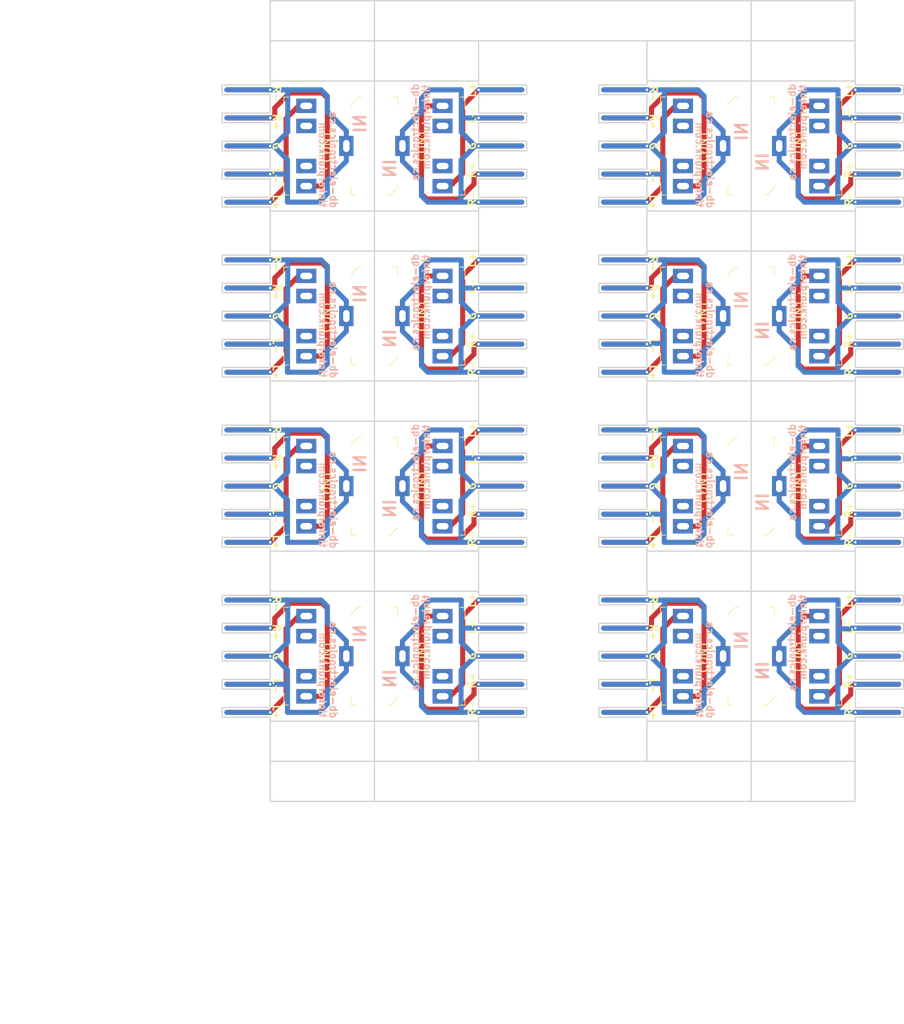
<source format=kicad_pcb>
(kicad_pcb (version 20171130) (host pcbnew "(5.1.0)-1")
  (title_block (title "Phoenix Connector Audio Adapter") (date 2018-03-30) (rev 0.1) (company "db Electronics") (comment 1 "Licensed Under The CERN OHL v.1.2") (comment 2 https://github.com/db-electronics/phoenix-audio-adapter-kicad))
  (layers (0 F.Cu signal) (31 B.Cu signal) (34 B.Paste user) (35 F.Paste user) (36 B.SilkS user) (37 F.SilkS user) (38 B.Mask user) (39 F.Mask user) (44 Edge.Cuts user))
  (net 0 "")
  (module headphone:Headphone_Jack_2.5mm_SJ1-3523N (layer F.Cu) (at 93.05 130.004 180)
    (fp_text reference CON1 (at -2.54 -0.0635 -90) (layer F.SilkS))
    (fp_text value Headphone_Jack_2.5mm_SJ1-3523N)
    (pad 3 thru_hole rect (at 0 -5 180) (size 2.5 1.8) (drill oval 1.5 0.8) (layers *.Cu *.Mask))
    (pad 2 thru_hole rect (at 0 5 180) (size 2.5 1.8) (drill oval 1.5 0.8) (layers *.Cu *.Mask))
    (pad 1 thru_hole rect (at -5 0 180) (size 1.8 2.5) (drill oval 0.8 1.5) (layers *.Cu *.Mask))
    (pad "" np_thru_hole circle (at 0 0 180) (size 1.2 1.2) (drill 1.2) (layers *.Cu *.Mask))
    (pad "" np_thru_hole circle (at -5 -5 180) (size 1.2 1.2) (drill 1.2) (layers *.Cu *.Mask))
    (pad "" np_thru_hole circle (at -7.5 -5 180) (size 1.2 1.2) (drill 1.2) (layers *.Cu *.Mask))
    (pad "" np_thru_hole circle (at -5 5 180) (size 1.2 1.2) (drill 1.2) (layers *.Cu *.Mask))
    (pad "" np_thru_hole circle (at -7.5 5 180) (size 1.2 1.2) (drill 1.2) (layers *.Cu *.Mask))
    (pad 11 thru_hole rect (at 0 -2.5 180) (size 2.5 1.8) (drill oval 1.5 0.8) (layers *.Cu *.Mask))
    (pad 10 thru_hole rect (at 0 2.5 180) (size 2.5 1.8) (drill oval 1.5 0.8) (layers *.Cu *.Mask))
  )
  (module headphone:Headphone_Jack_2.5mm_SJ1-3523N (layer F.Cu) (at 93.05 108.804 180)
    (fp_text reference CON1 (at -2.54 -0.0635 -90) (layer F.SilkS))
    (fp_text value Headphone_Jack_2.5mm_SJ1-3523N)
    (pad 10 thru_hole rect (at 0 2.5 180) (size 2.5 1.8) (drill oval 1.5 0.8) (layers *.Cu *.Mask))
    (pad 11 thru_hole rect (at 0 -2.5 180) (size 2.5 1.8) (drill oval 1.5 0.8) (layers *.Cu *.Mask))
    (pad "" np_thru_hole circle (at -7.5 5 180) (size 1.2 1.2) (drill 1.2) (layers *.Cu *.Mask))
    (pad "" np_thru_hole circle (at -5 5 180) (size 1.2 1.2) (drill 1.2) (layers *.Cu *.Mask))
    (pad "" np_thru_hole circle (at -7.5 -5 180) (size 1.2 1.2) (drill 1.2) (layers *.Cu *.Mask))
    (pad "" np_thru_hole circle (at -5 -5 180) (size 1.2 1.2) (drill 1.2) (layers *.Cu *.Mask))
    (pad "" np_thru_hole circle (at 0 0 180) (size 1.2 1.2) (drill 1.2) (layers *.Cu *.Mask))
    (pad 1 thru_hole rect (at -5 0 180) (size 1.8 2.5) (drill oval 0.8 1.5) (layers *.Cu *.Mask))
    (pad 2 thru_hole rect (at 0 5 180) (size 2.5 1.8) (drill oval 1.5 0.8) (layers *.Cu *.Mask))
    (pad 3 thru_hole rect (at 0 -5 180) (size 2.5 1.8) (drill oval 1.5 0.8) (layers *.Cu *.Mask))
  )
  (module headphone:Headphone_Jack_2.5mm_SJ1-3523N (layer F.Cu) (at 110.05 108.804)
    (fp_text reference CON1 (at -2.54 -0.0635 -270) (layer F.SilkS))
    (fp_text value Headphone_Jack_2.5mm_SJ1-3523N)
    (pad 3 thru_hole rect (at 0 -5) (size 2.5 1.8) (drill oval 1.5 0.8) (layers *.Cu *.Mask))
    (pad 2 thru_hole rect (at 0 5) (size 2.5 1.8) (drill oval 1.5 0.8) (layers *.Cu *.Mask))
    (pad 1 thru_hole rect (at -5 0) (size 1.8 2.5) (drill oval 0.8 1.5) (layers *.Cu *.Mask))
    (pad "" np_thru_hole circle (at 0 0) (size 1.2 1.2) (drill 1.2) (layers *.Cu *.Mask))
    (pad "" np_thru_hole circle (at -5 -5) (size 1.2 1.2) (drill 1.2) (layers *.Cu *.Mask))
    (pad "" np_thru_hole circle (at -7.5 -5) (size 1.2 1.2) (drill 1.2) (layers *.Cu *.Mask))
    (pad "" np_thru_hole circle (at -5 5) (size 1.2 1.2) (drill 1.2) (layers *.Cu *.Mask))
    (pad "" np_thru_hole circle (at -7.5 5) (size 1.2 1.2) (drill 1.2) (layers *.Cu *.Mask))
    (pad 11 thru_hole rect (at 0 -2.5) (size 2.5 1.8) (drill oval 1.5 0.8) (layers *.Cu *.Mask))
    (pad 10 thru_hole rect (at 0 2.5) (size 2.5 1.8) (drill oval 1.5 0.8) (layers *.Cu *.Mask))
  )
  (module headphone:Headphone_Jack_2.5mm_SJ1-3523N (layer F.Cu) (at 110.05 130.004)
    (fp_text reference CON1 (at -2.54 -0.0635 -270) (layer F.SilkS))
    (fp_text value Headphone_Jack_2.5mm_SJ1-3523N)
    (pad 10 thru_hole rect (at 0 2.5) (size 2.5 1.8) (drill oval 1.5 0.8) (layers *.Cu *.Mask))
    (pad 11 thru_hole rect (at 0 -2.5) (size 2.5 1.8) (drill oval 1.5 0.8) (layers *.Cu *.Mask))
    (pad "" np_thru_hole circle (at -7.5 5) (size 1.2 1.2) (drill 1.2) (layers *.Cu *.Mask))
    (pad "" np_thru_hole circle (at -5 5) (size 1.2 1.2) (drill 1.2) (layers *.Cu *.Mask))
    (pad "" np_thru_hole circle (at -7.5 -5) (size 1.2 1.2) (drill 1.2) (layers *.Cu *.Mask))
    (pad "" np_thru_hole circle (at -5 -5) (size 1.2 1.2) (drill 1.2) (layers *.Cu *.Mask))
    (pad "" np_thru_hole circle (at 0 0) (size 1.2 1.2) (drill 1.2) (layers *.Cu *.Mask))
    (pad 1 thru_hole rect (at -5 0) (size 1.8 2.5) (drill oval 0.8 1.5) (layers *.Cu *.Mask))
    (pad 2 thru_hole rect (at 0 5) (size 2.5 1.8) (drill oval 1.5 0.8) (layers *.Cu *.Mask))
    (pad 3 thru_hole rect (at 0 -5) (size 2.5 1.8) (drill oval 1.5 0.8) (layers *.Cu *.Mask))
  )
  (module headphone:Headphone_Jack_2.5mm_SJ1-3523N (layer F.Cu) (at 157.05 108.804)
    (fp_text reference CON1 (at -2.54 -0.0635 -270) (layer F.SilkS))
    (fp_text value Headphone_Jack_2.5mm_SJ1-3523N)
    (pad 10 thru_hole rect (at 0 2.5) (size 2.5 1.8) (drill oval 1.5 0.8) (layers *.Cu *.Mask))
    (pad 11 thru_hole rect (at 0 -2.5) (size 2.5 1.8) (drill oval 1.5 0.8) (layers *.Cu *.Mask))
    (pad "" np_thru_hole circle (at -7.5 5) (size 1.2 1.2) (drill 1.2) (layers *.Cu *.Mask))
    (pad "" np_thru_hole circle (at -5 5) (size 1.2 1.2) (drill 1.2) (layers *.Cu *.Mask))
    (pad "" np_thru_hole circle (at -7.5 -5) (size 1.2 1.2) (drill 1.2) (layers *.Cu *.Mask))
    (pad "" np_thru_hole circle (at -5 -5) (size 1.2 1.2) (drill 1.2) (layers *.Cu *.Mask))
    (pad "" np_thru_hole circle (at 0 0) (size 1.2 1.2) (drill 1.2) (layers *.Cu *.Mask))
    (pad 1 thru_hole rect (at -5 0) (size 1.8 2.5) (drill oval 0.8 1.5) (layers *.Cu *.Mask))
    (pad 2 thru_hole rect (at 0 5) (size 2.5 1.8) (drill oval 1.5 0.8) (layers *.Cu *.Mask))
    (pad 3 thru_hole rect (at 0 -5) (size 2.5 1.8) (drill oval 1.5 0.8) (layers *.Cu *.Mask))
  )
  (module headphone:Headphone_Jack_2.5mm_SJ1-3523N (layer F.Cu) (at 140.05 108.804 180)
    (fp_text reference CON1 (at -2.54 -0.0635 -90) (layer F.SilkS))
    (fp_text value Headphone_Jack_2.5mm_SJ1-3523N)
    (pad 3 thru_hole rect (at 0 -5 180) (size 2.5 1.8) (drill oval 1.5 0.8) (layers *.Cu *.Mask))
    (pad 2 thru_hole rect (at 0 5 180) (size 2.5 1.8) (drill oval 1.5 0.8) (layers *.Cu *.Mask))
    (pad 1 thru_hole rect (at -5 0 180) (size 1.8 2.5) (drill oval 0.8 1.5) (layers *.Cu *.Mask))
    (pad "" np_thru_hole circle (at 0 0 180) (size 1.2 1.2) (drill 1.2) (layers *.Cu *.Mask))
    (pad "" np_thru_hole circle (at -5 -5 180) (size 1.2 1.2) (drill 1.2) (layers *.Cu *.Mask))
    (pad "" np_thru_hole circle (at -7.5 -5 180) (size 1.2 1.2) (drill 1.2) (layers *.Cu *.Mask))
    (pad "" np_thru_hole circle (at -5 5 180) (size 1.2 1.2) (drill 1.2) (layers *.Cu *.Mask))
    (pad "" np_thru_hole circle (at -7.5 5 180) (size 1.2 1.2) (drill 1.2) (layers *.Cu *.Mask))
    (pad 11 thru_hole rect (at 0 -2.5 180) (size 2.5 1.8) (drill oval 1.5 0.8) (layers *.Cu *.Mask))
    (pad 10 thru_hole rect (at 0 2.5 180) (size 2.5 1.8) (drill oval 1.5 0.8) (layers *.Cu *.Mask))
  )
  (module headphone:Headphone_Jack_2.5mm_SJ1-3523N (layer F.Cu) (at 140.05 130.004 180)
    (fp_text reference CON1 (at -2.54 -0.0635 -90) (layer F.SilkS))
    (fp_text value Headphone_Jack_2.5mm_SJ1-3523N)
    (pad 10 thru_hole rect (at 0 2.5 180) (size 2.5 1.8) (drill oval 1.5 0.8) (layers *.Cu *.Mask))
    (pad 11 thru_hole rect (at 0 -2.5 180) (size 2.5 1.8) (drill oval 1.5 0.8) (layers *.Cu *.Mask))
    (pad "" np_thru_hole circle (at -7.5 5 180) (size 1.2 1.2) (drill 1.2) (layers *.Cu *.Mask))
    (pad "" np_thru_hole circle (at -5 5 180) (size 1.2 1.2) (drill 1.2) (layers *.Cu *.Mask))
    (pad "" np_thru_hole circle (at -7.5 -5 180) (size 1.2 1.2) (drill 1.2) (layers *.Cu *.Mask))
    (pad "" np_thru_hole circle (at -5 -5 180) (size 1.2 1.2) (drill 1.2) (layers *.Cu *.Mask))
    (pad "" np_thru_hole circle (at 0 0 180) (size 1.2 1.2) (drill 1.2) (layers *.Cu *.Mask))
    (pad 1 thru_hole rect (at -5 0 180) (size 1.8 2.5) (drill oval 0.8 1.5) (layers *.Cu *.Mask))
    (pad 2 thru_hole rect (at 0 5 180) (size 2.5 1.8) (drill oval 1.5 0.8) (layers *.Cu *.Mask))
    (pad 3 thru_hole rect (at 0 -5 180) (size 2.5 1.8) (drill oval 1.5 0.8) (layers *.Cu *.Mask))
  )
  (module headphone:Headphone_Jack_2.5mm_SJ1-3523N (layer F.Cu) (at 157.05 130.004)
    (fp_text reference CON1 (at -2.54 -0.0635 -270) (layer F.SilkS))
    (fp_text value Headphone_Jack_2.5mm_SJ1-3523N)
    (pad 3 thru_hole rect (at 0 -5) (size 2.5 1.8) (drill oval 1.5 0.8) (layers *.Cu *.Mask))
    (pad 2 thru_hole rect (at 0 5) (size 2.5 1.8) (drill oval 1.5 0.8) (layers *.Cu *.Mask))
    (pad 1 thru_hole rect (at -5 0) (size 1.8 2.5) (drill oval 0.8 1.5) (layers *.Cu *.Mask))
    (pad "" np_thru_hole circle (at 0 0) (size 1.2 1.2) (drill 1.2) (layers *.Cu *.Mask))
    (pad "" np_thru_hole circle (at -5 -5) (size 1.2 1.2) (drill 1.2) (layers *.Cu *.Mask))
    (pad "" np_thru_hole circle (at -7.5 -5) (size 1.2 1.2) (drill 1.2) (layers *.Cu *.Mask))
    (pad "" np_thru_hole circle (at -5 5) (size 1.2 1.2) (drill 1.2) (layers *.Cu *.Mask))
    (pad "" np_thru_hole circle (at -7.5 5) (size 1.2 1.2) (drill 1.2) (layers *.Cu *.Mask))
    (pad 11 thru_hole rect (at 0 -2.5) (size 2.5 1.8) (drill oval 1.5 0.8) (layers *.Cu *.Mask))
    (pad 10 thru_hole rect (at 0 2.5) (size 2.5 1.8) (drill oval 1.5 0.8) (layers *.Cu *.Mask))
  )
  (module headphone:Headphone_Jack_2.5mm_SJ1-3523N (layer F.Cu) (at 140.05 66.404 180)
    (fp_text reference CON1 (at -2.54 -0.0635 -90) (layer F.SilkS))
    (fp_text value Headphone_Jack_2.5mm_SJ1-3523N)
    (pad 10 thru_hole rect (at 0 2.5 180) (size 2.5 1.8) (drill oval 1.5 0.8) (layers *.Cu *.Mask))
    (pad 11 thru_hole rect (at 0 -2.5 180) (size 2.5 1.8) (drill oval 1.5 0.8) (layers *.Cu *.Mask))
    (pad "" np_thru_hole circle (at -7.5 5 180) (size 1.2 1.2) (drill 1.2) (layers *.Cu *.Mask))
    (pad "" np_thru_hole circle (at -5 5 180) (size 1.2 1.2) (drill 1.2) (layers *.Cu *.Mask))
    (pad "" np_thru_hole circle (at -7.5 -5 180) (size 1.2 1.2) (drill 1.2) (layers *.Cu *.Mask))
    (pad "" np_thru_hole circle (at -5 -5 180) (size 1.2 1.2) (drill 1.2) (layers *.Cu *.Mask))
    (pad "" np_thru_hole circle (at 0 0 180) (size 1.2 1.2) (drill 1.2) (layers *.Cu *.Mask))
    (pad 1 thru_hole rect (at -5 0 180) (size 1.8 2.5) (drill oval 0.8 1.5) (layers *.Cu *.Mask))
    (pad 2 thru_hole rect (at 0 5 180) (size 2.5 1.8) (drill oval 1.5 0.8) (layers *.Cu *.Mask))
    (pad 3 thru_hole rect (at 0 -5 180) (size 2.5 1.8) (drill oval 1.5 0.8) (layers *.Cu *.Mask))
  )
  (module headphone:Headphone_Jack_2.5mm_SJ1-3523N (layer F.Cu) (at 157.05 66.404)
    (fp_text reference CON1 (at -2.54 -0.0635 -270) (layer F.SilkS))
    (fp_text value Headphone_Jack_2.5mm_SJ1-3523N)
    (pad 3 thru_hole rect (at 0 -5) (size 2.5 1.8) (drill oval 1.5 0.8) (layers *.Cu *.Mask))
    (pad 2 thru_hole rect (at 0 5) (size 2.5 1.8) (drill oval 1.5 0.8) (layers *.Cu *.Mask))
    (pad 1 thru_hole rect (at -5 0) (size 1.8 2.5) (drill oval 0.8 1.5) (layers *.Cu *.Mask))
    (pad "" np_thru_hole circle (at 0 0) (size 1.2 1.2) (drill 1.2) (layers *.Cu *.Mask))
    (pad "" np_thru_hole circle (at -5 -5) (size 1.2 1.2) (drill 1.2) (layers *.Cu *.Mask))
    (pad "" np_thru_hole circle (at -7.5 -5) (size 1.2 1.2) (drill 1.2) (layers *.Cu *.Mask))
    (pad "" np_thru_hole circle (at -5 5) (size 1.2 1.2) (drill 1.2) (layers *.Cu *.Mask))
    (pad "" np_thru_hole circle (at -7.5 5) (size 1.2 1.2) (drill 1.2) (layers *.Cu *.Mask))
    (pad 11 thru_hole rect (at 0 -2.5) (size 2.5 1.8) (drill oval 1.5 0.8) (layers *.Cu *.Mask))
    (pad 10 thru_hole rect (at 0 2.5) (size 2.5 1.8) (drill oval 1.5 0.8) (layers *.Cu *.Mask))
  )
  (module headphone:Headphone_Jack_2.5mm_SJ1-3523N (layer F.Cu) (at 157.05 87.604)
    (fp_text reference CON1 (at -2.54 -0.0635 -270) (layer F.SilkS))
    (fp_text value Headphone_Jack_2.5mm_SJ1-3523N)
    (pad 10 thru_hole rect (at 0 2.5) (size 2.5 1.8) (drill oval 1.5 0.8) (layers *.Cu *.Mask))
    (pad 11 thru_hole rect (at 0 -2.5) (size 2.5 1.8) (drill oval 1.5 0.8) (layers *.Cu *.Mask))
    (pad "" np_thru_hole circle (at -7.5 5) (size 1.2 1.2) (drill 1.2) (layers *.Cu *.Mask))
    (pad "" np_thru_hole circle (at -5 5) (size 1.2 1.2) (drill 1.2) (layers *.Cu *.Mask))
    (pad "" np_thru_hole circle (at -7.5 -5) (size 1.2 1.2) (drill 1.2) (layers *.Cu *.Mask))
    (pad "" np_thru_hole circle (at -5 -5) (size 1.2 1.2) (drill 1.2) (layers *.Cu *.Mask))
    (pad "" np_thru_hole circle (at 0 0) (size 1.2 1.2) (drill 1.2) (layers *.Cu *.Mask))
    (pad 1 thru_hole rect (at -5 0) (size 1.8 2.5) (drill oval 0.8 1.5) (layers *.Cu *.Mask))
    (pad 2 thru_hole rect (at 0 5) (size 2.5 1.8) (drill oval 1.5 0.8) (layers *.Cu *.Mask))
    (pad 3 thru_hole rect (at 0 -5) (size 2.5 1.8) (drill oval 1.5 0.8) (layers *.Cu *.Mask))
  )
  (module headphone:Headphone_Jack_2.5mm_SJ1-3523N (layer F.Cu) (at 140.05 87.604 180)
    (fp_text reference CON1 (at -2.54 -0.0635 -90) (layer F.SilkS))
    (fp_text value Headphone_Jack_2.5mm_SJ1-3523N)
    (pad 3 thru_hole rect (at 0 -5 180) (size 2.5 1.8) (drill oval 1.5 0.8) (layers *.Cu *.Mask))
    (pad 2 thru_hole rect (at 0 5 180) (size 2.5 1.8) (drill oval 1.5 0.8) (layers *.Cu *.Mask))
    (pad 1 thru_hole rect (at -5 0 180) (size 1.8 2.5) (drill oval 0.8 1.5) (layers *.Cu *.Mask))
    (pad "" np_thru_hole circle (at 0 0 180) (size 1.2 1.2) (drill 1.2) (layers *.Cu *.Mask))
    (pad "" np_thru_hole circle (at -5 -5 180) (size 1.2 1.2) (drill 1.2) (layers *.Cu *.Mask))
    (pad "" np_thru_hole circle (at -7.5 -5 180) (size 1.2 1.2) (drill 1.2) (layers *.Cu *.Mask))
    (pad "" np_thru_hole circle (at -5 5 180) (size 1.2 1.2) (drill 1.2) (layers *.Cu *.Mask))
    (pad "" np_thru_hole circle (at -7.5 5 180) (size 1.2 1.2) (drill 1.2) (layers *.Cu *.Mask))
    (pad 11 thru_hole rect (at 0 -2.5 180) (size 2.5 1.8) (drill oval 1.5 0.8) (layers *.Cu *.Mask))
    (pad 10 thru_hole rect (at 0 2.5 180) (size 2.5 1.8) (drill oval 1.5 0.8) (layers *.Cu *.Mask))
  )
  (module headphone:Headphone_Jack_2.5mm_SJ1-3523N (layer F.Cu) (at 110.05 66.404)
    (fp_text reference CON1 (at -2.54 -0.0635 -270) (layer F.SilkS))
    (fp_text value Headphone_Jack_2.5mm_SJ1-3523N)
    (pad 10 thru_hole rect (at 0 2.5) (size 2.5 1.8) (drill oval 1.5 0.8) (layers *.Cu *.Mask))
    (pad 11 thru_hole rect (at 0 -2.5) (size 2.5 1.8) (drill oval 1.5 0.8) (layers *.Cu *.Mask))
    (pad "" np_thru_hole circle (at -7.5 5) (size 1.2 1.2) (drill 1.2) (layers *.Cu *.Mask))
    (pad "" np_thru_hole circle (at -5 5) (size 1.2 1.2) (drill 1.2) (layers *.Cu *.Mask))
    (pad "" np_thru_hole circle (at -7.5 -5) (size 1.2 1.2) (drill 1.2) (layers *.Cu *.Mask))
    (pad "" np_thru_hole circle (at -5 -5) (size 1.2 1.2) (drill 1.2) (layers *.Cu *.Mask))
    (pad "" np_thru_hole circle (at 0 0) (size 1.2 1.2) (drill 1.2) (layers *.Cu *.Mask))
    (pad 1 thru_hole rect (at -5 0) (size 1.8 2.5) (drill oval 0.8 1.5) (layers *.Cu *.Mask))
    (pad 2 thru_hole rect (at 0 5) (size 2.5 1.8) (drill oval 1.5 0.8) (layers *.Cu *.Mask))
    (pad 3 thru_hole rect (at 0 -5) (size 2.5 1.8) (drill oval 1.5 0.8) (layers *.Cu *.Mask))
  )
  (module headphone:Headphone_Jack_2.5mm_SJ1-3523N (layer F.Cu) (at 93.05 66.404 180)
    (fp_text reference CON1 (at -2.54 -0.0635 -90) (layer F.SilkS))
    (fp_text value Headphone_Jack_2.5mm_SJ1-3523N)
    (pad 3 thru_hole rect (at 0 -5 180) (size 2.5 1.8) (drill oval 1.5 0.8) (layers *.Cu *.Mask))
    (pad 2 thru_hole rect (at 0 5 180) (size 2.5 1.8) (drill oval 1.5 0.8) (layers *.Cu *.Mask))
    (pad 1 thru_hole rect (at -5 0 180) (size 1.8 2.5) (drill oval 0.8 1.5) (layers *.Cu *.Mask))
    (pad "" np_thru_hole circle (at 0 0 180) (size 1.2 1.2) (drill 1.2) (layers *.Cu *.Mask))
    (pad "" np_thru_hole circle (at -5 -5 180) (size 1.2 1.2) (drill 1.2) (layers *.Cu *.Mask))
    (pad "" np_thru_hole circle (at -7.5 -5 180) (size 1.2 1.2) (drill 1.2) (layers *.Cu *.Mask))
    (pad "" np_thru_hole circle (at -5 5 180) (size 1.2 1.2) (drill 1.2) (layers *.Cu *.Mask))
    (pad "" np_thru_hole circle (at -7.5 5 180) (size 1.2 1.2) (drill 1.2) (layers *.Cu *.Mask))
    (pad 11 thru_hole rect (at 0 -2.5 180) (size 2.5 1.8) (drill oval 1.5 0.8) (layers *.Cu *.Mask))
    (pad 10 thru_hole rect (at 0 2.5 180) (size 2.5 1.8) (drill oval 1.5 0.8) (layers *.Cu *.Mask))
  )
  (module headphone:Headphone_Jack_2.5mm_SJ1-3523N (layer F.Cu) (at 93.05 87.604 180)
    (fp_text reference CON1 (at -2.54 -0.0635 -90) (layer F.SilkS))
    (fp_text value Headphone_Jack_2.5mm_SJ1-3523N)
    (pad 10 thru_hole rect (at 0 2.5 180) (size 2.5 1.8) (drill oval 1.5 0.8) (layers *.Cu *.Mask))
    (pad 11 thru_hole rect (at 0 -2.5 180) (size 2.5 1.8) (drill oval 1.5 0.8) (layers *.Cu *.Mask))
    (pad "" np_thru_hole circle (at -7.5 5 180) (size 1.2 1.2) (drill 1.2) (layers *.Cu *.Mask))
    (pad "" np_thru_hole circle (at -5 5 180) (size 1.2 1.2) (drill 1.2) (layers *.Cu *.Mask))
    (pad "" np_thru_hole circle (at -7.5 -5 180) (size 1.2 1.2) (drill 1.2) (layers *.Cu *.Mask))
    (pad "" np_thru_hole circle (at -5 -5 180) (size 1.2 1.2) (drill 1.2) (layers *.Cu *.Mask))
    (pad "" np_thru_hole circle (at 0 0 180) (size 1.2 1.2) (drill 1.2) (layers *.Cu *.Mask))
    (pad 1 thru_hole rect (at -5 0 180) (size 1.8 2.5) (drill oval 0.8 1.5) (layers *.Cu *.Mask))
    (pad 2 thru_hole rect (at 0 5 180) (size 2.5 1.8) (drill oval 1.5 0.8) (layers *.Cu *.Mask))
    (pad 3 thru_hole rect (at 0 -5 180) (size 2.5 1.8) (drill oval 1.5 0.8) (layers *.Cu *.Mask))
  )
  (module headphone:Headphone_Jack_2.5mm_SJ1-3523N (layer F.Cu) (at 110.05 87.604)
    (fp_text reference CON1 (at -2.54 -0.0635 -270) (layer F.SilkS))
    (fp_text value Headphone_Jack_2.5mm_SJ1-3523N)
    (pad 3 thru_hole rect (at 0 -5) (size 2.5 1.8) (drill oval 1.5 0.8) (layers *.Cu *.Mask))
    (pad 2 thru_hole rect (at 0 5) (size 2.5 1.8) (drill oval 1.5 0.8) (layers *.Cu *.Mask))
    (pad 1 thru_hole rect (at -5 0) (size 1.8 2.5) (drill oval 0.8 1.5) (layers *.Cu *.Mask))
    (pad "" np_thru_hole circle (at 0 0) (size 1.2 1.2) (drill 1.2) (layers *.Cu *.Mask))
    (pad "" np_thru_hole circle (at -5 -5) (size 1.2 1.2) (drill 1.2) (layers *.Cu *.Mask))
    (pad "" np_thru_hole circle (at -7.5 -5) (size 1.2 1.2) (drill 1.2) (layers *.Cu *.Mask))
    (pad "" np_thru_hole circle (at -5 5) (size 1.2 1.2) (drill 1.2) (layers *.Cu *.Mask))
    (pad "" np_thru_hole circle (at -7.5 5) (size 1.2 1.2) (drill 1.2) (layers *.Cu *.Mask))
    (pad 11 thru_hole rect (at 0 -2.5) (size 2.5 1.8) (drill oval 1.5 0.8) (layers *.Cu *.Mask))
    (pad 10 thru_hole rect (at 0 2.5) (size 2.5 1.8) (drill oval 1.5 0.8) (layers *.Cu *.Mask))
  )
  (gr_line (start 161.55 58.304) (end 161.509 53.304) (layer Edge.Cuts) (width 0.15))
  (gr_line (start 148.55 58.304) (end 148.55 53.282) (layer Edge.Cuts) (width 0.15))
  (gr_line (start 135.55 58.304) (end 135.55 53.304) (layer Edge.Cuts) (width 0.15))
  (gr_line (start 114.55 58.304) (end 114.55 53.304) (layer Edge.Cuts) (width 0.15))
  (gr_line (start 101.55 58.304) (end 101.55 53.304) (layer Edge.Cuts) (width 0.15))
  (gr_line (start 88.55 58.304) (end 88.55 53.304) (layer Edge.Cuts) (width 0.15))
  (gr_line (start 88.55 48.304) (end 161.509 48.304) (layer Edge.Cuts) (width 0.15))
  (gr_line (start 88.55 48.304) (end 88.55 53.304) (layer Edge.Cuts) (width 0.15))
  (gr_line (start 148.55 48.282) (end 148.55 53.282) (layer Edge.Cuts) (width 0.15))
  (gr_line (start 101.55 48.304) (end 101.55 53.304) (layer Edge.Cuts) (width 0.15))
  (gr_line (start 88.55 53.304) (end 161.509 53.304) (layer Edge.Cuts) (width 0.15))
  (gr_line (start 161.509 48.304) (end 161.509 53.304) (layer Edge.Cuts) (width 0.15))
  (gr_line (start 88.55 148.104) (end 161.509 148.104) (layer Edge.Cuts) (width 0.15))
  (gr_line (start 101.55 138.104) (end 101.55 143.104) (layer Edge.Cuts) (width 0.15))
  (gr_line (start 101.55 143.104) (end 101.55 148.104) (layer Edge.Cuts) (width 0.15))
  (gr_line (start 148.55 143.082) (end 148.55 148.082) (layer Edge.Cuts) (width 0.15))
  (gr_line (start 148.55 138.104) (end 148.55 143.104) (layer Edge.Cuts) (width 0.15))
  (gr_line (start 161.509 143.104) (end 161.509 148.104) (layer Edge.Cuts) (width 0.15))
  (gr_line (start 161.509 138.104) (end 161.509 143.104) (layer Edge.Cuts) (width 0.15))
  (gr_line (start 135.55 138.104) (end 135.55 143.104) (layer Edge.Cuts) (width 0.15))
  (gr_line (start 88.55 143.104) (end 161.509 143.104) (layer Edge.Cuts) (width 0.15))
  (gr_line (start 88.55 143.104) (end 88.55 148.104) (layer Edge.Cuts) (width 0.15))
  (gr_line (start 114.55 138.104) (end 114.55 143.104) (layer Edge.Cuts) (width 0.15))
  (gr_line (start 88.55 138.104) (end 88.55 143.104) (layer Edge.Cuts) (width 0.15))
  (gr_line (start 161.55 79.504) (end 161.55 74.504) (layer Edge.Cuts) (width 0.15))
  (gr_line (start 148.55 79.504) (end 148.55 74.504) (layer Edge.Cuts) (width 0.15))
  (gr_line (start 135.55 79.504) (end 135.55 74.504) (layer Edge.Cuts) (width 0.15))
  (gr_line (start 161.55 100.704) (end 161.55 95.704) (layer Edge.Cuts) (width 0.15))
  (gr_line (start 148.55 95.704) (end 148.55 100.704) (layer Edge.Cuts) (width 0.15))
  (gr_line (start 135.55 100.704) (end 135.55 95.704) (layer Edge.Cuts) (width 0.15))
  (gr_line (start 161.55 121.904) (end 161.55 116.904) (layer Edge.Cuts) (width 0.15))
  (gr_line (start 148.55 121.904) (end 148.55 116.904) (layer Edge.Cuts) (width 0.15))
  (gr_line (start 135.55 116.904) (end 135.55 121.904) (layer Edge.Cuts) (width 0.15))
  (gr_line (start 114.55 116.904) (end 114.55 121.904) (layer Edge.Cuts) (width 0.15))
  (gr_line (start 101.55 116.904) (end 101.55 121.904) (layer Edge.Cuts) (width 0.15))
  (gr_line (start 88.55 121.904) (end 88.55 116.904) (layer Edge.Cuts) (width 0.15))
  (gr_line (start 114.55 95.704) (end 114.55 100.704) (layer Edge.Cuts) (width 0.15))
  (gr_line (start 101.55 100.704) (end 101.55 95.704) (layer Edge.Cuts) (width 0.15))
  (gr_line (start 88.55 95.704) (end 88.55 100.704) (layer Edge.Cuts) (width 0.15))
  (gr_line (start 114.55 79.504) (end 114.55 74.504) (layer Edge.Cuts) (width 0.15))
  (gr_line (start 101.55 74.504) (end 101.55 79.504) (layer Edge.Cuts) (width 0.15))
  (gr_line (start 88.55 79.504) (end 88.55 74.504) (layer Edge.Cuts) (width 0.15))
  (gr_line (start 88.55 121.904) (end 114.55 121.904) (layer Edge.Cuts) (width 0.15))
  (gr_line (start 82.55 109.404) (end 88.55 109.404) (layer Edge.Cuts) (width 0.15))
  (gr_line (start 88.55 100.704) (end 88.55 101.204) (layer Edge.Cuts) (width 0.15))
  (gr_line (start 114.55 108.204) (end 114.55 105.904) (layer Edge.Cuts) (width 0.15))
  (gr_line (start 88.55 101.204) (end 82.55 101.204) (layer Edge.Cuts) (width 0.15))
  (gr_line (start 88.55 105.904) (end 88.55 108.204) (layer Edge.Cuts) (width 0.15))
  (gr_line (start 82.55 116.404) (end 88.55 116.404) (layer Edge.Cuts) (width 0.15))
  (gr_line (start 88.55 102.404) (end 88.55 104.704) (layer Edge.Cuts) (width 0.15))
  (gr_line (start 82.55 115.204) (end 82.55 116.404) (layer Edge.Cuts) (width 0.15))
  (gr_line (start 88.55 109.404) (end 88.55 111.704) (layer Edge.Cuts) (width 0.15))
  (gr_line (start 82.55 111.704) (end 82.55 112.904) (layer Edge.Cuts) (width 0.15))
  (gr_line (start 88.55 112.904) (end 88.55 115.204) (layer Edge.Cuts) (width 0.15))
  (gr_line (start 91.98 138.104) (end 101.55 138.104) (layer Edge.Cuts) (width 0.15))
  (gr_line (start 82.55 102.404) (end 88.55 102.404) (layer Edge.Cuts) (width 0.15))
  (gr_line (start 82.55 108.204) (end 82.55 109.404) (layer Edge.Cuts) (width 0.15))
  (gr_line (start 88.55 115.204) (end 82.55 115.204) (layer Edge.Cuts) (width 0.15))
  (gr_line (start 82.55 105.904) (end 88.55 105.904) (layer Edge.Cuts) (width 0.15))
  (gr_line (start 88.55 116.404) (end 88.55 116.904) (layer Edge.Cuts) (width 0.15))
  (gr_line (start 88.55 104.704) (end 82.55 104.704) (layer Edge.Cuts) (width 0.15))
  (gr_line (start 88.55 111.704) (end 82.55 111.704) (layer Edge.Cuts) (width 0.15))
  (gr_line (start 101.55 138.104) (end 114.55 138.104) (layer Edge.Cuts) (width 0.15))
  (gr_line (start 82.55 104.704) (end 82.55 105.904) (layer Edge.Cuts) (width 0.15))
  (gr_line (start 88.55 108.204) (end 82.55 108.204) (layer Edge.Cuts) (width 0.15))
  (gr_line (start 101.55 100.704) (end 101.55 116.904) (layer Edge.Cuts) (width 0.15))
  (gr_line (start 114.55 102.404) (end 120.55 102.404) (layer Edge.Cuts) (width 0.15))
  (gr_line (start 114.55 115.204) (end 114.55 112.904) (layer Edge.Cuts) (width 0.15))
  (gr_line (start 82.55 101.204) (end 82.55 102.404) (layer Edge.Cuts) (width 0.15))
  (gr_line (start 82.55 112.904) (end 88.55 112.904) (layer Edge.Cuts) (width 0.15))
  (gr_line (start 92.12 100.704) (end 88.55 100.704) (layer Edge.Cuts) (width 0.15))
  (gr_line (start 92.12 100.704) (end 101.55 100.704) (layer Edge.Cuts) (width 0.15))
  (gr_line (start 101.55 100.704) (end 114.55 100.704) (layer Edge.Cuts) (width 0.15))
  (gr_text tinkerplunk.com (at 95.1055 132.3535 270) (layer B.SilkS) (effects (font (size 0.889 0.889) (thickness 0.2032)) (justify mirror)))
  (gr_text tinkerplunk.com (at 107.9945 106.4545 90) (layer B.SilkS) (effects (font (size 0.889 0.889) (thickness 0.2032)) (justify mirror)))
  (gr_text R- (at 89.35 123.504 270) (layer F.SilkS) (effects (font (size 0.889 0.889) (thickness 0.2032))))
  (gr_text L+ (at 89.35 137.004 270) (layer F.SilkS) (effects (font (size 0.889 0.889) (thickness 0.2032))))
  (gr_text L+ (at 113.75 101.804 90) (layer F.SilkS) (effects (font (size 0.889 0.889) (thickness 0.2032))))
  (gr_text IN (at 99.614 127.21 270) (layer B.SilkS) (effects (font (size 1.5 1.5) (thickness 0.3)) (justify mirror)))
  (gr_text db-electronics.ca (at 96.439 131.7185 270) (layer B.SilkS) (effects (font (size 0.889 0.889) (thickness 0.2032)) (justify mirror)))
  (gr_text G (at 89.35 108.804 270) (layer F.SilkS) (effects (font (size 0.889 0.889) (thickness 0.2032))))
  (gr_text L+ (at 113.75 123.004 90) (layer F.SilkS) (effects (font (size 0.889 0.889) (thickness 0.2032))))
  (gr_text L- (at 89.35 133.704 270) (layer F.SilkS) (effects (font (size 0.889 0.889) (thickness 0.2032))))
  (gr_text G (at 89.35 130.004 270) (layer F.SilkS) (effects (font (size 0.889 0.889) (thickness 0.2032))))
  (gr_text IN (at 103.486 111.598 90) (layer B.SilkS) (effects (font (size 1.5 1.5) (thickness 0.3)) (justify mirror)))
  (gr_text R- (at 89.35 102.304 270) (layer F.SilkS) (effects (font (size 0.889 0.889) (thickness 0.2032))))
  (gr_text IN (at 99.614 106.01 270) (layer B.SilkS) (effects (font (size 1.5 1.5) (thickness 0.3)) (justify mirror)))
  (gr_text G (at 113.75 108.804 90) (layer F.SilkS) (effects (font (size 0.889 0.889) (thickness 0.2032))))
  (gr_text db-electronics.ca (at 106.661 128.2895 90) (layer B.SilkS) (effects (font (size 0.889 0.889) (thickness 0.2032)) (justify mirror)))
  (gr_text R+ (at 89.35 105.804 270) (layer F.SilkS) (effects (font (size 0.889 0.889) (thickness 0.2032))))
  (gr_text tinkerplunk.com (at 107.9945 127.6545 90) (layer B.SilkS) (effects (font (size 0.889 0.889) (thickness 0.2032)) (justify mirror)))
  (gr_text db-electronics.ca (at 106.661 107.0895 90) (layer B.SilkS) (effects (font (size 0.889 0.889) (thickness 0.2032)) (justify mirror)))
  (gr_text L- (at 113.75 105.104 90) (layer F.SilkS) (effects (font (size 0.889 0.889) (thickness 0.2032))))
  (gr_text G (at 113.75 130.004 90) (layer F.SilkS) (effects (font (size 0.889 0.889) (thickness 0.2032))))
  (gr_text db-electronics.ca (at 96.439 110.5185 270) (layer B.SilkS) (effects (font (size 0.889 0.889) (thickness 0.2032)) (justify mirror)))
  (gr_text tinkerplunk.com (at 95.1055 111.1535 270) (layer B.SilkS) (effects (font (size 0.889 0.889) (thickness 0.2032)) (justify mirror)))
  (gr_text R- (at 113.75 136.504 90) (layer F.SilkS) (effects (font (size 0.889 0.889) (thickness 0.2032))))
  (gr_text R+ (at 113.75 133.004 90) (layer F.SilkS) (effects (font (size 0.889 0.889) (thickness 0.2032))))
  (gr_text R- (at 113.75 115.304 90) (layer F.SilkS) (effects (font (size 0.889 0.889) (thickness 0.2032))))
  (gr_text L- (at 113.75 126.304 90) (layer F.SilkS) (effects (font (size 0.889 0.889) (thickness 0.2032))))
  (gr_text R+ (at 113.75 111.804 90) (layer F.SilkS) (effects (font (size 0.889 0.889) (thickness 0.2032))))
  (gr_text IN (at 103.486 132.798 90) (layer B.SilkS) (effects (font (size 1.5 1.5) (thickness 0.3)) (justify mirror)))
  (gr_text L- (at 89.35 112.504 270) (layer F.SilkS) (effects (font (size 0.889 0.889) (thickness 0.2032))))
  (gr_text L+ (at 89.35 115.804 270) (layer F.SilkS) (effects (font (size 0.889 0.889) (thickness 0.2032))))
  (gr_text R+ (at 89.35 127.004 270) (layer F.SilkS) (effects (font (size 0.889 0.889) (thickness 0.2032))))
  (gr_line (start 88.55 125.904) (end 82.55 125.904) (layer Edge.Cuts) (width 0.15))
  (gr_line (start 88.55 129.404) (end 82.55 129.404) (layer Edge.Cuts) (width 0.15))
  (gr_line (start 120.55 137.604) (end 120.55 136.404) (layer Edge.Cuts) (width 0.15))
  (gr_line (start 82.55 127.104) (end 88.55 127.104) (layer Edge.Cuts) (width 0.15))
  (gr_line (start 88.55 123.604) (end 88.55 125.904) (layer Edge.Cuts) (width 0.15))
  (gr_line (start 82.55 134.104) (end 88.55 134.104) (layer Edge.Cuts) (width 0.15))
  (gr_line (start 114.55 125.904) (end 114.55 123.604) (layer Edge.Cuts) (width 0.15))
  (gr_line (start 114.55 130.604) (end 120.55 130.604) (layer Edge.Cuts) (width 0.15))
  (gr_line (start 114.55 132.904) (end 114.55 130.604) (layer Edge.Cuts) (width 0.15))
  (gr_line (start 88.55 122.404) (end 82.55 122.404) (layer Edge.Cuts) (width 0.15))
  (gr_line (start 88.55 136.404) (end 82.55 136.404) (layer Edge.Cuts) (width 0.15))
  (gr_line (start 114.55 122.404) (end 114.55 121.904) (layer Edge.Cuts) (width 0.15))
  (gr_line (start 82.55 137.604) (end 88.55 137.604) (layer Edge.Cuts) (width 0.15))
  (gr_line (start 114.55 138.104) (end 114.55 137.604) (layer Edge.Cuts) (width 0.15))
  (gr_line (start 120.55 123.604) (end 120.55 122.404) (layer Edge.Cuts) (width 0.15))
  (gr_line (start 114.55 127.104) (end 120.55 127.104) (layer Edge.Cuts) (width 0.15))
  (gr_line (start 91.98 138.104) (end 88.55 138.104) (layer Edge.Cuts) (width 0.15))
  (gr_line (start 88.55 134.104) (end 88.55 136.404) (layer Edge.Cuts) (width 0.15))
  (gr_line (start 120.55 136.404) (end 114.55 136.404) (layer Edge.Cuts) (width 0.15))
  (gr_line (start 82.55 125.904) (end 82.55 127.104) (layer Edge.Cuts) (width 0.15))
  (gr_line (start 120.55 134.104) (end 120.55 132.904) (layer Edge.Cuts) (width 0.15))
  (gr_line (start 120.55 127.104) (end 120.55 125.904) (layer Edge.Cuts) (width 0.15))
  (gr_line (start 88.55 132.904) (end 82.55 132.904) (layer Edge.Cuts) (width 0.15))
  (gr_line (start 114.55 109.404) (end 120.55 109.404) (layer Edge.Cuts) (width 0.15))
  (gr_line (start 82.55 132.904) (end 82.55 134.104) (layer Edge.Cuts) (width 0.15))
  (gr_line (start 114.55 116.904) (end 114.55 116.404) (layer Edge.Cuts) (width 0.15))
  (gr_line (start 82.55 130.604) (end 88.55 130.604) (layer Edge.Cuts) (width 0.15))
  (gr_line (start 120.55 130.604) (end 120.55 129.404) (layer Edge.Cuts) (width 0.15))
  (gr_line (start 101.55 116.904) (end 114.55 116.904) (layer Edge.Cuts) (width 0.15))
  (gr_line (start 120.55 122.404) (end 114.55 122.404) (layer Edge.Cuts) (width 0.15))
  (gr_line (start 120.55 112.904) (end 120.55 111.704) (layer Edge.Cuts) (width 0.15))
  (gr_line (start 88.55 130.604) (end 88.55 132.904) (layer Edge.Cuts) (width 0.15))
  (gr_line (start 114.55 129.404) (end 114.55 127.104) (layer Edge.Cuts) (width 0.15))
  (gr_line (start 120.55 104.704) (end 114.55 104.704) (layer Edge.Cuts) (width 0.15))
  (gr_line (start 82.55 129.404) (end 82.55 130.604) (layer Edge.Cuts) (width 0.15))
  (gr_line (start 120.55 109.404) (end 120.55 108.204) (layer Edge.Cuts) (width 0.15))
  (gr_line (start 101.55 121.904) (end 101.55 138.104) (layer Edge.Cuts) (width 0.15))
  (gr_line (start 82.55 123.604) (end 88.55 123.604) (layer Edge.Cuts) (width 0.15))
  (gr_line (start 114.55 112.904) (end 120.55 112.904) (layer Edge.Cuts) (width 0.15))
  (gr_line (start 114.55 111.704) (end 114.55 109.404) (layer Edge.Cuts) (width 0.15))
  (gr_line (start 88.55 121.904) (end 88.55 122.404) (layer Edge.Cuts) (width 0.15))
  (gr_line (start 120.55 132.904) (end 114.55 132.904) (layer Edge.Cuts) (width 0.15))
  (gr_line (start 114.55 123.604) (end 120.55 123.604) (layer Edge.Cuts) (width 0.15))
  (gr_line (start 114.55 104.704) (end 114.55 102.404) (layer Edge.Cuts) (width 0.15))
  (gr_line (start 120.55 125.904) (end 114.55 125.904) (layer Edge.Cuts) (width 0.15))
  (gr_line (start 114.55 134.104) (end 120.55 134.104) (layer Edge.Cuts) (width 0.15))
  (gr_line (start 120.55 108.204) (end 114.55 108.204) (layer Edge.Cuts) (width 0.15))
  (gr_line (start 120.55 105.904) (end 120.55 104.704) (layer Edge.Cuts) (width 0.15))
  (gr_line (start 114.55 116.404) (end 120.55 116.404) (layer Edge.Cuts) (width 0.15))
  (gr_line (start 120.55 116.404) (end 120.55 115.204) (layer Edge.Cuts) (width 0.15))
  (gr_line (start 120.55 115.204) (end 114.55 115.204) (layer Edge.Cuts) (width 0.15))
  (gr_line (start 114.55 137.604) (end 120.55 137.604) (layer Edge.Cuts) (width 0.15))
  (gr_line (start 101.55 116.904) (end 88.55 116.904) (layer Edge.Cuts) (width 0.15))
  (gr_line (start 82.55 136.404) (end 82.55 137.604) (layer Edge.Cuts) (width 0.15))
  (gr_line (start 88.55 137.604) (end 88.55 138.104) (layer Edge.Cuts) (width 0.15))
  (gr_line (start 114.55 105.904) (end 120.55 105.904) (layer Edge.Cuts) (width 0.15))
  (gr_line (start 120.55 101.204) (end 114.55 101.204) (layer Edge.Cuts) (width 0.15))
  (gr_line (start 114.55 101.204) (end 114.55 100.704) (layer Edge.Cuts) (width 0.15))
  (gr_line (start 114.55 136.404) (end 114.55 134.104) (layer Edge.Cuts) (width 0.15))
  (gr_line (start 82.55 122.404) (end 82.55 123.604) (layer Edge.Cuts) (width 0.15))
  (gr_line (start 120.55 102.404) (end 120.55 101.204) (layer Edge.Cuts) (width 0.15))
  (gr_line (start 88.55 127.104) (end 88.55 129.404) (layer Edge.Cuts) (width 0.15))
  (gr_line (start 120.55 129.404) (end 114.55 129.404) (layer Edge.Cuts) (width 0.15))
  (gr_line (start 120.55 111.704) (end 114.55 111.704) (layer Edge.Cuts) (width 0.15))
  (gr_line (start 135.55 115.204) (end 129.55 115.204) (layer Edge.Cuts) (width 0.15))
  (gr_line (start 161.55 102.404) (end 167.55 102.404) (layer Edge.Cuts) (width 0.15))
  (gr_line (start 135.55 109.404) (end 135.55 111.704) (layer Edge.Cuts) (width 0.15))
  (gr_line (start 129.55 105.904) (end 135.55 105.904) (layer Edge.Cuts) (width 0.15))
  (gr_line (start 161.55 108.204) (end 161.55 105.904) (layer Edge.Cuts) (width 0.15))
  (gr_line (start 129.55 111.704) (end 129.55 112.904) (layer Edge.Cuts) (width 0.15))
  (gr_line (start 135.55 111.704) (end 129.55 111.704) (layer Edge.Cuts) (width 0.15))
  (gr_line (start 135.55 104.704) (end 129.55 104.704) (layer Edge.Cuts) (width 0.15))
  (gr_line (start 148.55 100.704) (end 148.55 116.904) (layer Edge.Cuts) (width 0.15))
  (gr_line (start 135.55 116.404) (end 135.55 116.904) (layer Edge.Cuts) (width 0.15))
  (gr_line (start 161.55 115.204) (end 161.55 112.904) (layer Edge.Cuts) (width 0.15))
  (gr_line (start 129.55 104.704) (end 129.55 105.904) (layer Edge.Cuts) (width 0.15))
  (gr_line (start 135.55 101.204) (end 129.55 101.204) (layer Edge.Cuts) (width 0.15))
  (gr_line (start 135.55 108.204) (end 129.55 108.204) (layer Edge.Cuts) (width 0.15))
  (gr_line (start 129.55 101.204) (end 129.55 102.404) (layer Edge.Cuts) (width 0.15))
  (gr_line (start 129.55 102.404) (end 135.55 102.404) (layer Edge.Cuts) (width 0.15))
  (gr_line (start 161.55 109.404) (end 167.55 109.404) (layer Edge.Cuts) (width 0.15))
  (gr_line (start 135.55 105.904) (end 135.55 108.204) (layer Edge.Cuts) (width 0.15))
  (gr_line (start 129.55 112.904) (end 135.55 112.904) (layer Edge.Cuts) (width 0.15))
  (gr_line (start 129.55 109.404) (end 135.55 109.404) (layer Edge.Cuts) (width 0.15))
  (gr_line (start 135.55 100.704) (end 135.55 101.204) (layer Edge.Cuts) (width 0.15))
  (gr_line (start 129.55 116.404) (end 135.55 116.404) (layer Edge.Cuts) (width 0.15))
  (gr_line (start 135.55 102.404) (end 135.55 104.704) (layer Edge.Cuts) (width 0.15))
  (gr_line (start 129.55 108.204) (end 129.55 109.404) (layer Edge.Cuts) (width 0.15))
  (gr_line (start 135.55 112.904) (end 135.55 115.204) (layer Edge.Cuts) (width 0.15))
  (gr_line (start 129.55 115.204) (end 129.55 116.404) (layer Edge.Cuts) (width 0.15))
  (gr_line (start 161.55 101.204) (end 161.55 100.704) (layer Edge.Cuts) (width 0.15))
  (gr_line (start 167.55 109.404) (end 167.55 108.204) (layer Edge.Cuts) (width 0.15))
  (gr_line (start 161.55 104.704) (end 161.55 102.404) (layer Edge.Cuts) (width 0.15))
  (gr_line (start 167.55 116.404) (end 167.55 115.204) (layer Edge.Cuts) (width 0.15))
  (gr_line (start 167.55 105.904) (end 167.55 104.704) (layer Edge.Cuts) (width 0.15))
  (gr_line (start 161.55 116.404) (end 167.55 116.404) (layer Edge.Cuts) (width 0.15))
  (gr_line (start 167.55 102.404) (end 167.55 101.204) (layer Edge.Cuts) (width 0.15))
  (gr_line (start 167.55 104.704) (end 161.55 104.704) (layer Edge.Cuts) (width 0.15))
  (gr_line (start 161.55 105.904) (end 167.55 105.904) (layer Edge.Cuts) (width 0.15))
  (gr_line (start 161.55 112.904) (end 167.55 112.904) (layer Edge.Cuts) (width 0.15))
  (gr_line (start 161.55 116.904) (end 161.55 116.404) (layer Edge.Cuts) (width 0.15))
  (gr_line (start 161.55 111.704) (end 161.55 109.404) (layer Edge.Cuts) (width 0.15))
  (gr_line (start 167.55 108.204) (end 161.55 108.204) (layer Edge.Cuts) (width 0.15))
  (gr_line (start 167.55 111.704) (end 161.55 111.704) (layer Edge.Cuts) (width 0.15))
  (gr_line (start 167.55 115.204) (end 161.55 115.204) (layer Edge.Cuts) (width 0.15))
  (gr_line (start 167.55 101.204) (end 161.55 101.204) (layer Edge.Cuts) (width 0.15))
  (gr_line (start 167.55 112.904) (end 167.55 111.704) (layer Edge.Cuts) (width 0.15))
  (gr_text R+ (at 160.75 111.804 90) (layer F.SilkS) (effects (font (size 0.889 0.889) (thickness 0.2032))))
  (gr_text L- (at 160.75 105.104 90) (layer F.SilkS) (effects (font (size 0.889 0.889) (thickness 0.2032))))
  (gr_text db-electronics.ca (at 153.661 107.0895 90) (layer B.SilkS) (effects (font (size 0.889 0.889) (thickness 0.2032)) (justify mirror)))
  (gr_text R- (at 136.35 102.304 270) (layer F.SilkS) (effects (font (size 0.889 0.889) (thickness 0.2032))))
  (gr_text IN (at 149.987 110.806 90) (layer B.SilkS) (effects (font (size 1.5 1.5) (thickness 0.3)) (justify mirror)))
  (gr_text IN (at 147.193 106.996 270) (layer B.SilkS) (effects (font (size 1.5 1.5) (thickness 0.3)) (justify mirror)))
  (gr_text L+ (at 160.75 101.804 90) (layer F.SilkS) (effects (font (size 0.889 0.889) (thickness 0.2032))))
  (gr_text L+ (at 136.35 115.804 270) (layer F.SilkS) (effects (font (size 0.889 0.889) (thickness 0.2032))))
  (gr_text R+ (at 136.35 105.804 270) (layer F.SilkS) (effects (font (size 0.889 0.889) (thickness 0.2032))))
  (gr_text R- (at 160.75 115.304 90) (layer F.SilkS) (effects (font (size 0.889 0.889) (thickness 0.2032))))
  (gr_text db-electronics.ca (at 143.439 110.5185 270) (layer B.SilkS) (effects (font (size 0.889 0.889) (thickness 0.2032)) (justify mirror)))
  (gr_text G (at 160.75 108.804 90) (layer F.SilkS) (effects (font (size 0.889 0.889) (thickness 0.2032))))
  (gr_text tinkerplunk.com (at 142.1055 111.1535 270) (layer B.SilkS) (effects (font (size 0.889 0.889) (thickness 0.2032)) (justify mirror)))
  (gr_text L- (at 136.35 112.504 270) (layer F.SilkS) (effects (font (size 0.889 0.889) (thickness 0.2032))))
  (gr_text G (at 136.35 108.804 270) (layer F.SilkS) (effects (font (size 0.889 0.889) (thickness 0.2032))))
  (gr_text tinkerplunk.com (at 154.9945 106.4545 90) (layer B.SilkS) (effects (font (size 0.889 0.889) (thickness 0.2032)) (justify mirror)))
  (gr_line (start 161.55 130.604) (end 167.55 130.604) (layer Edge.Cuts) (width 0.15))
  (gr_line (start 129.55 122.404) (end 129.55 123.604) (layer Edge.Cuts) (width 0.15))
  (gr_line (start 161.55 137.604) (end 167.55 137.604) (layer Edge.Cuts) (width 0.15))
  (gr_line (start 161.55 129.404) (end 161.55 127.104) (layer Edge.Cuts) (width 0.15))
  (gr_line (start 135.55 136.404) (end 129.55 136.404) (layer Edge.Cuts) (width 0.15))
  (gr_line (start 148.55 121.904) (end 148.55 138.104) (layer Edge.Cuts) (width 0.15))
  (gr_line (start 167.55 129.404) (end 161.55 129.404) (layer Edge.Cuts) (width 0.15))
  (gr_line (start 129.55 132.904) (end 129.55 134.104) (layer Edge.Cuts) (width 0.15))
  (gr_line (start 167.55 122.404) (end 161.55 122.404) (layer Edge.Cuts) (width 0.15))
  (gr_line (start 129.55 125.904) (end 129.55 127.104) (layer Edge.Cuts) (width 0.15))
  (gr_line (start 167.55 125.904) (end 161.55 125.904) (layer Edge.Cuts) (width 0.15))
  (gr_line (start 129.55 123.604) (end 135.55 123.604) (layer Edge.Cuts) (width 0.15))
  (gr_line (start 129.55 129.404) (end 129.55 130.604) (layer Edge.Cuts) (width 0.15))
  (gr_line (start 167.55 137.604) (end 167.55 136.404) (layer Edge.Cuts) (width 0.15))
  (gr_line (start 129.55 134.104) (end 135.55 134.104) (layer Edge.Cuts) (width 0.15))
  (gr_line (start 167.55 123.604) (end 167.55 122.404) (layer Edge.Cuts) (width 0.15))
  (gr_line (start 161.55 132.904) (end 161.55 130.604) (layer Edge.Cuts) (width 0.15))
  (gr_line (start 138.98 138.104) (end 135.55 138.104) (layer Edge.Cuts) (width 0.15))
  (gr_line (start 129.55 136.404) (end 129.55 137.604) (layer Edge.Cuts) (width 0.15))
  (gr_line (start 129.55 130.604) (end 135.55 130.604) (layer Edge.Cuts) (width 0.15))
  (gr_line (start 129.55 127.104) (end 135.55 127.104) (layer Edge.Cuts) (width 0.15))
  (gr_line (start 167.55 134.104) (end 167.55 132.904) (layer Edge.Cuts) (width 0.15))
  (gr_line (start 161.55 122.404) (end 161.55 121.904) (layer Edge.Cuts) (width 0.15))
  (gr_line (start 167.55 130.604) (end 167.55 129.404) (layer Edge.Cuts) (width 0.15))
  (gr_line (start 161.55 134.104) (end 167.55 134.104) (layer Edge.Cuts) (width 0.15))
  (gr_line (start 135.55 129.404) (end 129.55 129.404) (layer Edge.Cuts) (width 0.15))
  (gr_line (start 129.55 137.604) (end 135.55 137.604) (layer Edge.Cuts) (width 0.15))
  (gr_line (start 161.55 127.104) (end 167.55 127.104) (layer Edge.Cuts) (width 0.15))
  (gr_line (start 135.55 125.904) (end 129.55 125.904) (layer Edge.Cuts) (width 0.15))
  (gr_line (start 135.55 123.604) (end 135.55 125.904) (layer Edge.Cuts) (width 0.15))
  (gr_line (start 135.55 121.904) (end 161.55 121.904) (layer Edge.Cuts) (width 0.15))
  (gr_line (start 135.55 127.104) (end 135.55 129.404) (layer Edge.Cuts) (width 0.15))
  (gr_line (start 135.55 121.904) (end 135.55 122.404) (layer Edge.Cuts) (width 0.15))
  (gr_line (start 161.55 123.604) (end 167.55 123.604) (layer Edge.Cuts) (width 0.15))
  (gr_line (start 167.55 132.904) (end 161.55 132.904) (layer Edge.Cuts) (width 0.15))
  (gr_line (start 161.55 125.904) (end 161.55 123.604) (layer Edge.Cuts) (width 0.15))
  (gr_line (start 161.55 136.404) (end 161.55 134.104) (layer Edge.Cuts) (width 0.15))
  (gr_line (start 135.55 132.904) (end 129.55 132.904) (layer Edge.Cuts) (width 0.15))
  (gr_line (start 148.55 116.904) (end 135.55 116.904) (layer Edge.Cuts) (width 0.15))
  (gr_line (start 135.55 134.104) (end 135.55 136.404) (layer Edge.Cuts) (width 0.15))
  (gr_line (start 135.55 137.604) (end 135.55 138.104) (layer Edge.Cuts) (width 0.15))
  (gr_line (start 135.55 122.404) (end 129.55 122.404) (layer Edge.Cuts) (width 0.15))
  (gr_line (start 148.55 116.904) (end 161.55 116.904) (layer Edge.Cuts) (width 0.15))
  (gr_line (start 135.55 130.604) (end 135.55 132.904) (layer Edge.Cuts) (width 0.15))
  (gr_line (start 167.55 127.104) (end 167.55 125.904) (layer Edge.Cuts) (width 0.15))
  (gr_line (start 161.55 138.104) (end 161.55 137.604) (layer Edge.Cuts) (width 0.15))
  (gr_line (start 167.55 136.404) (end 161.55 136.404) (layer Edge.Cuts) (width 0.15))
  (gr_line (start 148.55 138.104) (end 161.55 138.104) (layer Edge.Cuts) (width 0.15))
  (gr_line (start 138.98 138.104) (end 148.55 138.104) (layer Edge.Cuts) (width 0.15))
  (gr_line (start 139.12 100.704) (end 135.55 100.704) (layer Edge.Cuts) (width 0.15))
  (gr_line (start 139.12 100.704) (end 148.55 100.704) (layer Edge.Cuts) (width 0.15))
  (gr_line (start 148.55 100.704) (end 161.55 100.704) (layer Edge.Cuts) (width 0.15))
  (gr_text db-electronics.ca (at 143.439 131.7185 270) (layer B.SilkS) (effects (font (size 0.889 0.889) (thickness 0.2032)) (justify mirror)))
  (gr_text IN (at 147.193 127.998 270) (layer B.SilkS) (effects (font (size 1.5 1.5) (thickness 0.3)) (justify mirror)))
  (gr_text R+ (at 136.35 127.004 270) (layer F.SilkS) (effects (font (size 0.889 0.889) (thickness 0.2032))))
  (gr_text L- (at 160.75 126.304 90) (layer F.SilkS) (effects (font (size 0.889 0.889) (thickness 0.2032))))
  (gr_text L+ (at 136.35 137.004 270) (layer F.SilkS) (effects (font (size 0.889 0.889) (thickness 0.2032))))
  (gr_text R- (at 136.35 123.504 270) (layer F.SilkS) (effects (font (size 0.889 0.889) (thickness 0.2032))))
  (gr_text R+ (at 160.75 133.004 90) (layer F.SilkS) (effects (font (size 0.889 0.889) (thickness 0.2032))))
  (gr_text IN (at 149.987 131.808 90) (layer B.SilkS) (effects (font (size 1.5 1.5) (thickness 0.3)) (justify mirror)))
  (gr_text tinkerplunk.com (at 154.9945 127.6545 90) (layer B.SilkS) (effects (font (size 0.889 0.889) (thickness 0.2032)) (justify mirror)))
  (gr_text tinkerplunk.com (at 142.1055 132.3535 270) (layer B.SilkS) (effects (font (size 0.889 0.889) (thickness 0.2032)) (justify mirror)))
  (gr_text R- (at 160.75 136.504 90) (layer F.SilkS) (effects (font (size 0.889 0.889) (thickness 0.2032))))
  (gr_text L+ (at 160.75 123.004 90) (layer F.SilkS) (effects (font (size 0.889 0.889) (thickness 0.2032))))
  (gr_text G (at 160.75 130.004 90) (layer F.SilkS) (effects (font (size 0.889 0.889) (thickness 0.2032))))
  (gr_text L- (at 136.35 133.704 270) (layer F.SilkS) (effects (font (size 0.889 0.889) (thickness 0.2032))))
  (gr_text db-electronics.ca (at 153.661 128.2895 90) (layer B.SilkS) (effects (font (size 0.889 0.889) (thickness 0.2032)) (justify mirror)))
  (gr_text G (at 136.35 130.004 270) (layer F.SilkS) (effects (font (size 0.889 0.889) (thickness 0.2032))))
  (gr_line (start 88.55 79.504) (end 114.55 79.504) (layer Edge.Cuts) (width 0.15))
  (gr_line (start 135.55 79.504) (end 161.55 79.504) (layer Edge.Cuts) (width 0.15))
  (gr_line (start 101.55 74.504) (end 88.55 74.504) (layer Edge.Cuts) (width 0.15))
  (gr_line (start 138.98 95.704) (end 148.55 95.704) (layer Edge.Cuts) (width 0.15))
  (gr_line (start 148.55 95.704) (end 161.55 95.704) (layer Edge.Cuts) (width 0.15))
  (gr_line (start 139.12 58.304) (end 148.55 58.304) (layer Edge.Cuts) (width 0.15))
  (gr_line (start 139.12 58.304) (end 135.55 58.304) (layer Edge.Cuts) (width 0.15))
  (gr_line (start 148.55 58.304) (end 161.55 58.304) (layer Edge.Cuts) (width 0.15))
  (gr_line (start 167.55 90.504) (end 161.55 90.504) (layer Edge.Cuts) (width 0.15))
  (gr_line (start 135.55 91.704) (end 135.55 94.004) (layer Edge.Cuts) (width 0.15))
  (gr_line (start 135.55 79.504) (end 135.55 80.004) (layer Edge.Cuts) (width 0.15))
  (gr_line (start 135.55 84.704) (end 135.55 87.004) (layer Edge.Cuts) (width 0.15))
  (gr_line (start 161.55 95.704) (end 161.55 95.204) (layer Edge.Cuts) (width 0.15))
  (gr_line (start 167.55 84.704) (end 167.55 83.504) (layer Edge.Cuts) (width 0.15))
  (gr_line (start 148.55 74.504) (end 161.55 74.504) (layer Edge.Cuts) (width 0.15))
  (gr_line (start 135.55 88.204) (end 135.55 90.504) (layer Edge.Cuts) (width 0.15))
  (gr_line (start 161.55 83.504) (end 161.55 81.204) (layer Edge.Cuts) (width 0.15))
  (gr_line (start 135.55 95.204) (end 135.55 95.704) (layer Edge.Cuts) (width 0.15))
  (gr_line (start 135.55 80.004) (end 129.55 80.004) (layer Edge.Cuts) (width 0.15))
  (gr_line (start 148.55 74.504) (end 135.55 74.504) (layer Edge.Cuts) (width 0.15))
  (gr_line (start 135.55 90.504) (end 129.55 90.504) (layer Edge.Cuts) (width 0.15))
  (gr_line (start 161.55 94.004) (end 161.55 91.704) (layer Edge.Cuts) (width 0.15))
  (gr_line (start 161.55 81.204) (end 167.55 81.204) (layer Edge.Cuts) (width 0.15))
  (gr_line (start 167.55 94.004) (end 161.55 94.004) (layer Edge.Cuts) (width 0.15))
  (gr_line (start 161.55 80.004) (end 161.55 79.504) (layer Edge.Cuts) (width 0.15))
  (gr_line (start 135.55 81.204) (end 135.55 83.504) (layer Edge.Cuts) (width 0.15))
  (gr_line (start 129.55 91.704) (end 135.55 91.704) (layer Edge.Cuts) (width 0.15))
  (gr_line (start 129.55 95.204) (end 135.55 95.204) (layer Edge.Cuts) (width 0.15))
  (gr_line (start 129.55 88.204) (end 135.55 88.204) (layer Edge.Cuts) (width 0.15))
  (gr_line (start 167.55 91.704) (end 167.55 90.504) (layer Edge.Cuts) (width 0.15))
  (gr_line (start 129.55 84.704) (end 135.55 84.704) (layer Edge.Cuts) (width 0.15))
  (gr_line (start 135.55 87.004) (end 129.55 87.004) (layer Edge.Cuts) (width 0.15))
  (gr_line (start 138.98 95.704) (end 135.55 95.704) (layer Edge.Cuts) (width 0.15))
  (gr_line (start 129.55 94.004) (end 129.55 95.204) (layer Edge.Cuts) (width 0.15))
  (gr_line (start 135.55 83.504) (end 129.55 83.504) (layer Edge.Cuts) (width 0.15))
  (gr_line (start 167.55 81.204) (end 167.55 80.004) (layer Edge.Cuts) (width 0.15))
  (gr_line (start 161.55 84.704) (end 167.55 84.704) (layer Edge.Cuts) (width 0.15))
  (gr_line (start 161.55 91.704) (end 167.55 91.704) (layer Edge.Cuts) (width 0.15))
  (gr_line (start 167.55 83.504) (end 161.55 83.504) (layer Edge.Cuts) (width 0.15))
  (gr_line (start 129.55 87.004) (end 129.55 88.204) (layer Edge.Cuts) (width 0.15))
  (gr_line (start 167.55 88.204) (end 167.55 87.004) (layer Edge.Cuts) (width 0.15))
  (gr_line (start 161.55 90.504) (end 161.55 88.204) (layer Edge.Cuts) (width 0.15))
  (gr_line (start 167.55 95.204) (end 167.55 94.004) (layer Edge.Cuts) (width 0.15))
  (gr_line (start 129.55 81.204) (end 135.55 81.204) (layer Edge.Cuts) (width 0.15))
  (gr_line (start 129.55 83.504) (end 129.55 84.704) (layer Edge.Cuts) (width 0.15))
  (gr_line (start 148.55 79.504) (end 148.55 95.704) (layer Edge.Cuts) (width 0.15))
  (gr_line (start 135.55 94.004) (end 129.55 94.004) (layer Edge.Cuts) (width 0.15))
  (gr_line (start 167.55 80.004) (end 161.55 80.004) (layer Edge.Cuts) (width 0.15))
  (gr_line (start 129.55 90.504) (end 129.55 91.704) (layer Edge.Cuts) (width 0.15))
  (gr_line (start 161.55 95.204) (end 167.55 95.204) (layer Edge.Cuts) (width 0.15))
  (gr_line (start 161.55 88.204) (end 167.55 88.204) (layer Edge.Cuts) (width 0.15))
  (gr_line (start 129.55 80.004) (end 129.55 81.204) (layer Edge.Cuts) (width 0.15))
  (gr_line (start 161.55 87.004) (end 161.55 84.704) (layer Edge.Cuts) (width 0.15))
  (gr_line (start 167.55 87.004) (end 161.55 87.004) (layer Edge.Cuts) (width 0.15))
  (gr_text G (at 160.75 87.604 90) (layer F.SilkS) (effects (font (size 0.889 0.889) (thickness 0.2032))))
  (gr_text IN (at 149.987 89.408 90) (layer B.SilkS) (effects (font (size 1.5 1.5) (thickness 0.3)) (justify mirror)))
  (gr_text R+ (at 160.75 90.604 90) (layer F.SilkS) (effects (font (size 0.889 0.889) (thickness 0.2032))))
  (gr_text G (at 136.35 87.604 270) (layer F.SilkS) (effects (font (size 0.889 0.889) (thickness 0.2032))))
  (gr_text L- (at 136.35 91.304 270) (layer F.SilkS) (effects (font (size 0.889 0.889) (thickness 0.2032))))
  (gr_text tinkerplunk.com (at 154.9945 85.2545 90) (layer B.SilkS) (effects (font (size 0.889 0.889) (thickness 0.2032)) (justify mirror)))
  (gr_text L+ (at 160.75 80.604 90) (layer F.SilkS) (effects (font (size 0.889 0.889) (thickness 0.2032))))
  (gr_text tinkerplunk.com (at 142.1055 89.9535 270) (layer B.SilkS) (effects (font (size 0.889 0.889) (thickness 0.2032)) (justify mirror)))
  (gr_text IN (at 147.193 85.598 270) (layer B.SilkS) (effects (font (size 1.5 1.5) (thickness 0.3)) (justify mirror)))
  (gr_text R- (at 136.35 81.104 270) (layer F.SilkS) (effects (font (size 0.889 0.889) (thickness 0.2032))))
  (gr_text R+ (at 136.35 84.604 270) (layer F.SilkS) (effects (font (size 0.889 0.889) (thickness 0.2032))))
  (gr_text L+ (at 136.35 94.604 270) (layer F.SilkS) (effects (font (size 0.889 0.889) (thickness 0.2032))))
  (gr_text R- (at 160.75 94.104 90) (layer F.SilkS) (effects (font (size 0.889 0.889) (thickness 0.2032))))
  (gr_text L- (at 160.75 83.904 90) (layer F.SilkS) (effects (font (size 0.889 0.889) (thickness 0.2032))))
  (gr_text db-electronics.ca (at 143.439 89.3185 270) (layer B.SilkS) (effects (font (size 0.889 0.889) (thickness 0.2032)) (justify mirror)))
  (gr_text db-electronics.ca (at 153.661 85.8895 90) (layer B.SilkS) (effects (font (size 0.889 0.889) (thickness 0.2032)) (justify mirror)))
  (gr_text L- (at 136.35 70.104 270) (layer F.SilkS) (effects (font (size 0.889 0.889) (thickness 0.2032))))
  (gr_text L- (at 160.75 62.704 90) (layer F.SilkS) (effects (font (size 0.889 0.889) (thickness 0.2032))))
  (gr_text tinkerplunk.com (at 142.1055 68.7535 270) (layer B.SilkS) (effects (font (size 0.889 0.889) (thickness 0.2032)) (justify mirror)))
  (gr_text G (at 160.75 66.404 90) (layer F.SilkS) (effects (font (size 0.889 0.889) (thickness 0.2032))))
  (gr_text R+ (at 136.35 63.404 270) (layer F.SilkS) (effects (font (size 0.889 0.889) (thickness 0.2032))))
  (gr_text R+ (at 160.75 69.404 90) (layer F.SilkS) (effects (font (size 0.889 0.889) (thickness 0.2032))))
  (gr_text db-electronics.ca (at 143.439 68.1185 270) (layer B.SilkS) (effects (font (size 0.889 0.889) (thickness 0.2032)) (justify mirror)))
  (gr_text R- (at 136.35 59.904 270) (layer F.SilkS) (effects (font (size 0.889 0.889) (thickness 0.2032))))
  (gr_text L+ (at 160.75 59.404 90) (layer F.SilkS) (effects (font (size 0.889 0.889) (thickness 0.2032))))
  (gr_text IN (at 149.987 68.406 90) (layer B.SilkS) (effects (font (size 1.5 1.5) (thickness 0.3)) (justify mirror)))
  (gr_text IN (at 147.193 64.596 270) (layer B.SilkS) (effects (font (size 1.5 1.5) (thickness 0.3)) (justify mirror)))
  (gr_text R- (at 160.75 72.904 90) (layer F.SilkS) (effects (font (size 0.889 0.889) (thickness 0.2032))))
  (gr_text tinkerplunk.com (at 154.9945 64.0545 90) (layer B.SilkS) (effects (font (size 0.889 0.889) (thickness 0.2032)) (justify mirror)))
  (gr_text db-electronics.ca (at 153.661 64.6895 90) (layer B.SilkS) (effects (font (size 0.889 0.889) (thickness 0.2032)) (justify mirror)))
  (gr_text G (at 136.35 66.404 270) (layer F.SilkS) (effects (font (size 0.889 0.889) (thickness 0.2032))))
  (gr_text L+ (at 136.35 73.404 270) (layer F.SilkS) (effects (font (size 0.889 0.889) (thickness 0.2032))))
  (gr_line (start 161.55 74.504) (end 161.55 74.004) (layer Edge.Cuts) (width 0.15))
  (gr_line (start 167.55 63.504) (end 167.55 62.304) (layer Edge.Cuts) (width 0.15))
  (gr_line (start 167.55 74.004) (end 167.55 72.804) (layer Edge.Cuts) (width 0.15))
  (gr_line (start 167.55 69.304) (end 161.55 69.304) (layer Edge.Cuts) (width 0.15))
  (gr_line (start 161.55 70.504) (end 167.55 70.504) (layer Edge.Cuts) (width 0.15))
  (gr_line (start 161.55 63.504) (end 167.55 63.504) (layer Edge.Cuts) (width 0.15))
  (gr_line (start 167.55 65.804) (end 161.55 65.804) (layer Edge.Cuts) (width 0.15))
  (gr_line (start 167.55 70.504) (end 167.55 69.304) (layer Edge.Cuts) (width 0.15))
  (gr_line (start 161.55 62.304) (end 161.55 60.004) (layer Edge.Cuts) (width 0.15))
  (gr_line (start 167.55 72.804) (end 161.55 72.804) (layer Edge.Cuts) (width 0.15))
  (gr_line (start 167.55 62.304) (end 161.55 62.304) (layer Edge.Cuts) (width 0.15))
  (gr_line (start 161.55 69.304) (end 161.55 67.004) (layer Edge.Cuts) (width 0.15))
  (gr_line (start 167.55 60.004) (end 167.55 58.804) (layer Edge.Cuts) (width 0.15))
  (gr_line (start 167.55 67.004) (end 167.55 65.804) (layer Edge.Cuts) (width 0.15))
  (gr_line (start 161.55 74.004) (end 167.55 74.004) (layer Edge.Cuts) (width 0.15))
  (gr_line (start 161.55 58.804) (end 161.55 58.304) (layer Edge.Cuts) (width 0.15))
  (gr_line (start 167.55 58.804) (end 161.55 58.804) (layer Edge.Cuts) (width 0.15))
  (gr_line (start 161.55 67.004) (end 167.55 67.004) (layer Edge.Cuts) (width 0.15))
  (gr_line (start 129.55 65.804) (end 129.55 67.004) (layer Edge.Cuts) (width 0.15))
  (gr_line (start 135.55 62.304) (end 129.55 62.304) (layer Edge.Cuts) (width 0.15))
  (gr_line (start 135.55 69.304) (end 129.55 69.304) (layer Edge.Cuts) (width 0.15))
  (gr_line (start 148.55 58.304) (end 148.55 74.504) (layer Edge.Cuts) (width 0.15))
  (gr_line (start 135.55 72.804) (end 129.55 72.804) (layer Edge.Cuts) (width 0.15))
  (gr_line (start 129.55 69.304) (end 129.55 70.504) (layer Edge.Cuts) (width 0.15))
  (gr_line (start 129.55 72.804) (end 129.55 74.004) (layer Edge.Cuts) (width 0.15))
  (gr_line (start 161.55 65.804) (end 161.55 63.504) (layer Edge.Cuts) (width 0.15))
  (gr_line (start 129.55 70.504) (end 135.55 70.504) (layer Edge.Cuts) (width 0.15))
  (gr_line (start 135.55 67.004) (end 135.55 69.304) (layer Edge.Cuts) (width 0.15))
  (gr_line (start 129.55 60.004) (end 135.55 60.004) (layer Edge.Cuts) (width 0.15))
  (gr_line (start 135.55 63.504) (end 135.55 65.804) (layer Edge.Cuts) (width 0.15))
  (gr_line (start 129.55 58.804) (end 129.55 60.004) (layer Edge.Cuts) (width 0.15))
  (gr_line (start 135.55 60.004) (end 135.55 62.304) (layer Edge.Cuts) (width 0.15))
  (gr_line (start 129.55 74.004) (end 135.55 74.004) (layer Edge.Cuts) (width 0.15))
  (gr_line (start 135.55 74.004) (end 135.55 74.504) (layer Edge.Cuts) (width 0.15))
  (gr_line (start 161.55 60.004) (end 167.55 60.004) (layer Edge.Cuts) (width 0.15))
  (gr_line (start 135.55 65.804) (end 129.55 65.804) (layer Edge.Cuts) (width 0.15))
  (gr_line (start 135.55 58.304) (end 135.55 58.804) (layer Edge.Cuts) (width 0.15))
  (gr_line (start 135.55 70.504) (end 135.55 72.804) (layer Edge.Cuts) (width 0.15))
  (gr_line (start 135.55 58.804) (end 129.55 58.804) (layer Edge.Cuts) (width 0.15))
  (gr_line (start 129.55 67.004) (end 135.55 67.004) (layer Edge.Cuts) (width 0.15))
  (gr_line (start 129.55 62.304) (end 129.55 63.504) (layer Edge.Cuts) (width 0.15))
  (gr_line (start 129.55 63.504) (end 135.55 63.504) (layer Edge.Cuts) (width 0.15))
  (gr_line (start 161.55 72.804) (end 161.55 70.504) (layer Edge.Cuts) (width 0.15))
  (gr_line (start 92.12 58.304) (end 101.55 58.304) (layer Edge.Cuts) (width 0.15))
  (gr_line (start 101.55 58.304) (end 114.55 58.304) (layer Edge.Cuts) (width 0.15))
  (gr_line (start 92.12 58.304) (end 88.55 58.304) (layer Edge.Cuts) (width 0.15))
  (gr_line (start 101.55 95.704) (end 114.55 95.704) (layer Edge.Cuts) (width 0.15))
  (gr_line (start 91.98 95.704) (end 101.55 95.704) (layer Edge.Cuts) (width 0.15))
  (gr_text G (at 89.35 66.404 270) (layer F.SilkS) (effects (font (size 0.889 0.889) (thickness 0.2032))))
  (gr_text L+ (at 89.35 73.404 270) (layer F.SilkS) (effects (font (size 0.889 0.889) (thickness 0.2032))))
  (gr_text L- (at 89.35 70.104 270) (layer F.SilkS) (effects (font (size 0.889 0.889) (thickness 0.2032))))
  (gr_text R+ (at 89.35 63.404 270) (layer F.SilkS) (effects (font (size 0.889 0.889) (thickness 0.2032))))
  (gr_text db-electronics.ca (at 96.439 68.1185 270) (layer B.SilkS) (effects (font (size 0.889 0.889) (thickness 0.2032)) (justify mirror)))
  (gr_text tinkerplunk.com (at 95.1055 68.7535 270) (layer B.SilkS) (effects (font (size 0.889 0.889) (thickness 0.2032)) (justify mirror)))
  (gr_text IN (at 99.614 63.61 270) (layer B.SilkS) (effects (font (size 1.5 1.5) (thickness 0.3)) (justify mirror)))
  (gr_text R- (at 89.35 59.904 270) (layer F.SilkS) (effects (font (size 0.889 0.889) (thickness 0.2032))))
  (gr_text R+ (at 113.75 69.404 90) (layer F.SilkS) (effects (font (size 0.889 0.889) (thickness 0.2032))))
  (gr_text R- (at 113.75 72.904 90) (layer F.SilkS) (effects (font (size 0.889 0.889) (thickness 0.2032))))
  (gr_text tinkerplunk.com (at 107.9945 64.0545 90) (layer B.SilkS) (effects (font (size 0.889 0.889) (thickness 0.2032)) (justify mirror)))
  (gr_text L- (at 113.75 62.704 90) (layer F.SilkS) (effects (font (size 0.889 0.889) (thickness 0.2032))))
  (gr_text L+ (at 113.75 59.404 90) (layer F.SilkS) (effects (font (size 0.889 0.889) (thickness 0.2032))))
  (gr_text IN (at 103.486 69.198 90) (layer B.SilkS) (effects (font (size 1.5 1.5) (thickness 0.3)) (justify mirror)))
  (gr_text db-electronics.ca (at 106.661 64.6895 90) (layer B.SilkS) (effects (font (size 0.889 0.889) (thickness 0.2032)) (justify mirror)))
  (gr_text G (at 113.75 66.404 90) (layer F.SilkS) (effects (font (size 0.889 0.889) (thickness 0.2032))))
  (gr_line (start 82.55 69.304) (end 82.55 70.504) (layer Edge.Cuts) (width 0.15))
  (gr_line (start 88.55 67.004) (end 88.55 69.304) (layer Edge.Cuts) (width 0.15))
  (gr_line (start 88.55 74.004) (end 88.55 74.504) (layer Edge.Cuts) (width 0.15))
  (gr_line (start 82.55 58.804) (end 82.55 60.004) (layer Edge.Cuts) (width 0.15))
  (gr_line (start 88.55 69.304) (end 82.55 69.304) (layer Edge.Cuts) (width 0.15))
  (gr_line (start 101.55 58.304) (end 101.55 74.504) (layer Edge.Cuts) (width 0.15))
  (gr_line (start 82.55 67.004) (end 88.55 67.004) (layer Edge.Cuts) (width 0.15))
  (gr_line (start 82.55 72.804) (end 82.55 74.004) (layer Edge.Cuts) (width 0.15))
  (gr_line (start 82.55 65.804) (end 82.55 67.004) (layer Edge.Cuts) (width 0.15))
  (gr_line (start 88.55 60.004) (end 88.55 62.304) (layer Edge.Cuts) (width 0.15))
  (gr_line (start 82.55 74.004) (end 88.55 74.004) (layer Edge.Cuts) (width 0.15))
  (gr_line (start 88.55 65.804) (end 82.55 65.804) (layer Edge.Cuts) (width 0.15))
  (gr_line (start 88.55 62.304) (end 82.55 62.304) (layer Edge.Cuts) (width 0.15))
  (gr_line (start 82.55 63.504) (end 88.55 63.504) (layer Edge.Cuts) (width 0.15))
  (gr_line (start 88.55 72.804) (end 82.55 72.804) (layer Edge.Cuts) (width 0.15))
  (gr_line (start 88.55 63.504) (end 88.55 65.804) (layer Edge.Cuts) (width 0.15))
  (gr_line (start 82.55 60.004) (end 88.55 60.004) (layer Edge.Cuts) (width 0.15))
  (gr_line (start 88.55 58.304) (end 88.55 58.804) (layer Edge.Cuts) (width 0.15))
  (gr_line (start 82.55 70.504) (end 88.55 70.504) (layer Edge.Cuts) (width 0.15))
  (gr_line (start 82.55 62.304) (end 82.55 63.504) (layer Edge.Cuts) (width 0.15))
  (gr_line (start 88.55 70.504) (end 88.55 72.804) (layer Edge.Cuts) (width 0.15))
  (gr_line (start 88.55 58.804) (end 82.55 58.804) (layer Edge.Cuts) (width 0.15))
  (gr_line (start 114.55 65.804) (end 114.55 63.504) (layer Edge.Cuts) (width 0.15))
  (gr_line (start 114.55 72.804) (end 114.55 70.504) (layer Edge.Cuts) (width 0.15))
  (gr_line (start 114.55 60.004) (end 120.55 60.004) (layer Edge.Cuts) (width 0.15))
  (gr_line (start 120.55 67.004) (end 120.55 65.804) (layer Edge.Cuts) (width 0.15))
  (gr_line (start 114.55 58.804) (end 114.55 58.304) (layer Edge.Cuts) (width 0.15))
  (gr_line (start 120.55 58.804) (end 114.55 58.804) (layer Edge.Cuts) (width 0.15))
  (gr_line (start 114.55 67.004) (end 120.55 67.004) (layer Edge.Cuts) (width 0.15))
  (gr_line (start 114.55 74.004) (end 120.55 74.004) (layer Edge.Cuts) (width 0.15))
  (gr_line (start 120.55 63.504) (end 120.55 62.304) (layer Edge.Cuts) (width 0.15))
  (gr_line (start 120.55 74.004) (end 120.55 72.804) (layer Edge.Cuts) (width 0.15))
  (gr_line (start 120.55 69.304) (end 114.55 69.304) (layer Edge.Cuts) (width 0.15))
  (gr_line (start 120.55 70.504) (end 120.55 69.304) (layer Edge.Cuts) (width 0.15))
  (gr_line (start 114.55 63.504) (end 120.55 63.504) (layer Edge.Cuts) (width 0.15))
  (gr_line (start 114.55 62.304) (end 114.55 60.004) (layer Edge.Cuts) (width 0.15))
  (gr_line (start 120.55 72.804) (end 114.55 72.804) (layer Edge.Cuts) (width 0.15))
  (gr_line (start 120.55 65.804) (end 114.55 65.804) (layer Edge.Cuts) (width 0.15))
  (gr_line (start 120.55 62.304) (end 114.55 62.304) (layer Edge.Cuts) (width 0.15))
  (gr_line (start 120.55 60.004) (end 120.55 58.804) (layer Edge.Cuts) (width 0.15))
  (gr_line (start 114.55 74.504) (end 114.55 74.004) (layer Edge.Cuts) (width 0.15))
  (gr_line (start 114.55 70.504) (end 120.55 70.504) (layer Edge.Cuts) (width 0.15))
  (gr_line (start 114.55 69.304) (end 114.55 67.004) (layer Edge.Cuts) (width 0.15))
  (gr_text L- (at 89.35 91.304 270) (layer F.SilkS) (effects (font (size 0.889 0.889) (thickness 0.2032))))
  (gr_text G (at 89.35 87.604 270) (layer F.SilkS) (effects (font (size 0.889 0.889) (thickness 0.2032))))
  (gr_text tinkerplunk.com (at 95.1055 89.9535 270) (layer B.SilkS) (effects (font (size 0.889 0.889) (thickness 0.2032)) (justify mirror)))
  (gr_text R- (at 89.35 81.104 270) (layer F.SilkS) (effects (font (size 0.889 0.889) (thickness 0.2032))))
  (gr_text G (at 113.75 87.604 90) (layer F.SilkS) (effects (font (size 0.889 0.889) (thickness 0.2032))))
  (gr_text tinkerplunk.com (at 107.9945 85.2545 90) (layer B.SilkS) (effects (font (size 0.889 0.889) (thickness 0.2032)) (justify mirror)))
  (gr_text R+ (at 113.75 90.604 90) (layer F.SilkS) (effects (font (size 0.889 0.889) (thickness 0.2032))))
  (gr_text IN (at 99.614 84.81 270) (layer B.SilkS) (effects (font (size 1.5 1.5) (thickness 0.3)) (justify mirror)))
  (gr_text L+ (at 113.75 80.604 90) (layer F.SilkS) (effects (font (size 0.889 0.889) (thickness 0.2032))))
  (gr_text IN (at 103.486 90.398 90) (layer B.SilkS) (effects (font (size 1.5 1.5) (thickness 0.3)) (justify mirror)))
  (gr_text R+ (at 89.35 84.604 270) (layer F.SilkS) (effects (font (size 0.889 0.889) (thickness 0.2032))))
  (gr_text L+ (at 89.35 94.604 270) (layer F.SilkS) (effects (font (size 0.889 0.889) (thickness 0.2032))))
  (gr_text R- (at 113.75 94.104 90) (layer F.SilkS) (effects (font (size 0.889 0.889) (thickness 0.2032))))
  (gr_text L- (at 113.75 83.904 90) (layer F.SilkS) (effects (font (size 0.889 0.889) (thickness 0.2032))))
  (gr_text db-electronics.ca (at 96.439 89.3185 270) (layer B.SilkS) (effects (font (size 0.889 0.889) (thickness 0.2032)) (justify mirror)))
  (gr_text db-electronics.ca (at 106.661 85.8895 90) (layer B.SilkS) (effects (font (size 0.889 0.889) (thickness 0.2032)) (justify mirror)))
  (gr_line (start 101.55 79.504) (end 101.55 95.704) (layer Edge.Cuts) (width 0.15))
  (gr_line (start 82.55 87.004) (end 82.55 88.204) (layer Edge.Cuts) (width 0.15))
  (gr_line (start 82.55 90.504) (end 82.55 91.704) (layer Edge.Cuts) (width 0.15))
  (gr_line (start 88.55 88.204) (end 88.55 90.504) (layer Edge.Cuts) (width 0.15))
  (gr_line (start 82.55 94.004) (end 82.55 95.204) (layer Edge.Cuts) (width 0.15))
  (gr_line (start 88.55 90.504) (end 82.55 90.504) (layer Edge.Cuts) (width 0.15))
  (gr_line (start 82.55 88.204) (end 88.55 88.204) (layer Edge.Cuts) (width 0.15))
  (gr_line (start 88.55 95.204) (end 88.55 95.704) (layer Edge.Cuts) (width 0.15))
  (gr_line (start 82.55 80.004) (end 82.55 81.204) (layer Edge.Cuts) (width 0.15))
  (gr_line (start 114.55 95.204) (end 120.55 95.204) (layer Edge.Cuts) (width 0.15))
  (gr_line (start 82.55 81.204) (end 88.55 81.204) (layer Edge.Cuts) (width 0.15))
  (gr_line (start 114.55 91.704) (end 120.55 91.704) (layer Edge.Cuts) (width 0.15))
  (gr_line (start 114.55 94.004) (end 114.55 91.704) (layer Edge.Cuts) (width 0.15))
  (gr_line (start 120.55 90.504) (end 114.55 90.504) (layer Edge.Cuts) (width 0.15))
  (gr_line (start 120.55 83.504) (end 114.55 83.504) (layer Edge.Cuts) (width 0.15))
  (gr_line (start 114.55 87.004) (end 114.55 84.704) (layer Edge.Cuts) (width 0.15))
  (gr_line (start 120.55 80.004) (end 114.55 80.004) (layer Edge.Cuts) (width 0.15))
  (gr_line (start 120.55 91.704) (end 120.55 90.504) (layer Edge.Cuts) (width 0.15))
  (gr_line (start 101.55 74.504) (end 114.55 74.504) (layer Edge.Cuts) (width 0.15))
  (gr_line (start 114.55 81.204) (end 120.55 81.204) (layer Edge.Cuts) (width 0.15))
  (gr_line (start 120.55 84.704) (end 120.55 83.504) (layer Edge.Cuts) (width 0.15))
  (gr_line (start 120.55 88.204) (end 120.55 87.004) (layer Edge.Cuts) (width 0.15))
  (gr_line (start 88.55 79.504) (end 88.55 80.004) (layer Edge.Cuts) (width 0.15))
  (gr_line (start 82.55 83.504) (end 82.55 84.704) (layer Edge.Cuts) (width 0.15))
  (gr_line (start 120.55 94.004) (end 114.55 94.004) (layer Edge.Cuts) (width 0.15))
  (gr_line (start 120.55 87.004) (end 114.55 87.004) (layer Edge.Cuts) (width 0.15))
  (gr_line (start 88.55 84.704) (end 88.55 87.004) (layer Edge.Cuts) (width 0.15))
  (gr_line (start 114.55 88.204) (end 120.55 88.204) (layer Edge.Cuts) (width 0.15))
  (gr_line (start 114.55 84.704) (end 120.55 84.704) (layer Edge.Cuts) (width 0.15))
  (gr_line (start 114.55 80.004) (end 114.55 79.504) (layer Edge.Cuts) (width 0.15))
  (gr_line (start 88.55 91.704) (end 88.55 94.004) (layer Edge.Cuts) (width 0.15))
  (gr_line (start 114.55 90.504) (end 114.55 88.204) (layer Edge.Cuts) (width 0.15))
  (gr_line (start 120.55 95.204) (end 120.55 94.004) (layer Edge.Cuts) (width 0.15))
  (gr_line (start 114.55 95.704) (end 114.55 95.204) (layer Edge.Cuts) (width 0.15))
  (gr_line (start 120.55 81.204) (end 120.55 80.004) (layer Edge.Cuts) (width 0.15))
  (gr_line (start 88.55 81.204) (end 88.55 83.504) (layer Edge.Cuts) (width 0.15))
  (gr_line (start 82.55 91.704) (end 88.55 91.704) (layer Edge.Cuts) (width 0.15))
  (gr_line (start 88.55 80.004) (end 82.55 80.004) (layer Edge.Cuts) (width 0.15))
  (gr_line (start 82.55 95.204) (end 88.55 95.204) (layer Edge.Cuts) (width 0.15))
  (gr_line (start 88.55 87.004) (end 82.55 87.004) (layer Edge.Cuts) (width 0.15))
  (gr_line (start 88.55 83.504) (end 82.55 83.504) (layer Edge.Cuts) (width 0.15))
  (gr_line (start 82.55 84.704) (end 88.55 84.704) (layer Edge.Cuts) (width 0.15))
  (gr_line (start 114.55 83.504) (end 114.55 81.204) (layer Edge.Cuts) (width 0.15))
  (gr_line (start 88.55 94.004) (end 82.55 94.004) (layer Edge.Cuts) (width 0.15))
  (gr_line (start 91.98 95.704) (end 88.55 95.704) (layer Edge.Cuts) (width 0.15))
  (segment (start 114.118948 87.604) (end 114.55 87.604) (width 0.635) (layer B.Cu) (net 0))
  (segment (start 95.677 91.862) (end 95.677 93.573) (width 0.635) (layer B.Cu) (net 0))
  (segment (start 112.361 94.604) (end 112.361 89.361948) (width 0.635) (layer B.Cu) (net 0))
  (segment (start 112.391 84.19) (end 112.391 85.876052) (width 0.635) (layer B.Cu) (net 0))
  (segment (start 107.423 83.346) (end 107.423 81.635) (width 0.635) (layer B.Cu) (net 0))
  (segment (start 114.55 84.104) (end 112.477 84.104) (width 0.635) (layer B.Cu) (net 0))
  (segment (start 108.165 82.604) (end 107.423 83.346) (width 0.635) (layer F.Cu) (net 0))
  (segment (start 113.97969 91.243258) (end 114.118948 91.104) (width 0.635) (layer F.Cu) (net 0))
  (segment (start 98.05 85.719) (end 95.677 83.346) (width 0.635) (layer B.Cu) (net 0))
  (segment (start 110.05 82.604) (end 108.165 82.604) (width 0.635) (layer F.Cu) (net 0))
  (segment (start 112.361 89.361948) (end 114.118948 87.604) (width 0.635) (layer B.Cu) (net 0))
  (segment (start 88.55 87.604) (end 83.15 87.604) (width 0.635) (layer F.Cu) (net 0))
  (segment (start 107.423 83.346) (end 107.423 93.573) (width 0.635) (layer F.Cu) (net 0))
  (segment (start 90.5335 84.175) (end 90.5335 92.6205) (width 0.635) (layer F.Cu) (net 0))
  (segment (start 113.97969 92.35031) (end 113.97969 91.243258) (width 0.635) (layer F.Cu) (net 0))
  (segment (start 105.05 85.719) (end 107.423 83.346) (width 0.635) (layer B.Cu) (net 0))
  (segment (start 89.12031 82.85769) (end 89.12031 83.964742) (width 0.635) (layer F.Cu) (net 0))
  (segment (start 95.677 81.635) (end 95.042 81) (width 0.635) (layer F.Cu) (net 0))
  (segment (start 98.05 89.489) (end 95.677 91.862) (width 0.635) (layer B.Cu) (net 0))
  (segment (start 107.423 93.573) (end 108.058 94.208) (width 0.635) (layer F.Cu) (net 0))
  (segment (start 114.55 84.104) (end 119.95 84.104) (width 0.635) (layer F.Cu) (net 0))
  (segment (start 88.981052 84.104) (end 88.55 84.104) (width 0.635) (layer F.Cu) (net 0))
  (segment (start 119.95 80.604) (end 114.55 80.604) (width 0.635) (layer F.Cu) (net 0))
  (segment (start 88.55 80.604) (end 83.15 80.604) (width 0.635) (layer B.Cu) (net 0))
  (segment (start 114.118948 91.104) (end 114.55 91.104) (width 0.635) (layer F.Cu) (net 0))
  (segment (start 114.55 91.104) (end 119.95 91.104) (width 0.635) (layer B.Cu) (net 0))
  (segment (start 105.05 89.489) (end 107.423 91.862) (width 0.635) (layer B.Cu) (net 0))
  (segment (start 112.391 85.876052) (end 114.118948 87.604) (width 0.635) (layer B.Cu) (net 0))
  (segment (start 110.217 92.604) (end 110.9955 92.604) (width 0.635) (layer F.Cu) (net 0))
  (segment (start 114.55 94.604) (end 119.95 94.604) (width 0.635) (layer B.Cu) (net 0))
  (segment (start 114.55 80.604) (end 119.95 80.604) (width 0.635) (layer B.Cu) (net 0))
  (segment (start 112.122 94.208) (end 113.97969 92.35031) (width 0.635) (layer F.Cu) (net 0))
  (segment (start 105.05 87.604) (end 105.05 89.489) (width 0.635) (layer B.Cu) (net 0))
  (segment (start 112.5665 82.5875) (end 114.55 80.604) (width 0.635) (layer F.Cu) (net 0))
  (segment (start 114.55 94.604) (end 119.95 94.604) (width 0.635) (layer F.Cu) (net 0))
  (segment (start 107.423 91.862) (end 107.423 93.827) (width 0.635) (layer B.Cu) (net 0))
  (segment (start 114.55 87.604) (end 119.95 87.604) (width 0.635) (layer B.Cu) (net 0))
  (segment (start 108.2 94.604) (end 112.361 94.604) (width 0.635) (layer B.Cu) (net 0))
  (segment (start 92.883 82.604) (end 92.1045 82.604) (width 0.635) (layer F.Cu) (net 0))
  (segment (start 114.55 91.104) (end 119.95 91.104) (width 0.635) (layer F.Cu) (net 0))
  (segment (start 95.677 91.862) (end 95.677 81.635) (width 0.635) (layer F.Cu) (net 0))
  (segment (start 88.55 87.604) (end 83.15 87.604) (width 0.635) (layer B.Cu) (net 0))
  (segment (start 112.5665 91.033) (end 112.5665 82.5875) (width 0.635) (layer F.Cu) (net 0))
  (segment (start 92.1045 82.604) (end 90.5335 84.175) (width 0.635) (layer F.Cu) (net 0))
  (segment (start 83.15 94.604) (end 88.55 94.604) (width 0.635) (layer F.Cu) (net 0))
  (segment (start 107.423 81.635) (end 108.454 80.604) (width 0.635) (layer B.Cu) (net 0))
  (segment (start 88.55 91.104) (end 83.15 91.104) (width 0.635) (layer F.Cu) (net 0))
  (segment (start 90.5335 92.6205) (end 88.55 94.604) (width 0.635) (layer F.Cu) (net 0))
  (segment (start 88.55 84.104) (end 83.15 84.104) (width 0.635) (layer F.Cu) (net 0))
  (segment (start 107.423 93.827) (end 108.2 94.604) (width 0.635) (layer B.Cu) (net 0))
  (segment (start 88.55 80.604) (end 83.15 80.604) (width 0.635) (layer F.Cu) (net 0))
  (segment (start 112.477 84.104) (end 112.391 84.19) (width 0.635) (layer B.Cu) (net 0))
  (segment (start 105.05 87.604) (end 105.05 85.719) (width 0.635) (layer B.Cu) (net 0))
  (segment (start 108.454 80.604) (end 112.391 80.604) (width 0.635) (layer B.Cu) (net 0))
  (segment (start 88.55 91.104) (end 83.15 91.104) (width 0.635) (layer B.Cu) (net 0))
  (segment (start 114.55 87.604) (end 119.95 87.604) (width 0.635) (layer F.Cu) (net 0))
  (segment (start 90.978 81) (end 89.12031 82.85769) (width 0.635) (layer F.Cu) (net 0))
  (segment (start 112.391 80.604) (end 112.391 84.19) (width 0.635) (layer B.Cu) (net 0))
  (segment (start 88.55 94.604) (end 83.15 94.604) (width 0.635) (layer B.Cu) (net 0))
  (segment (start 95.042 81) (end 90.978 81) (width 0.635) (layer F.Cu) (net 0))
  (segment (start 108.058 94.208) (end 112.122 94.208) (width 0.635) (layer F.Cu) (net 0))
  (segment (start 94.935 92.604) (end 95.677 91.862) (width 0.635) (layer F.Cu) (net 0))
  (segment (start 88.55 84.104) (end 83.15 84.104) (width 0.635) (layer B.Cu) (net 0))
  (segment (start 112.361 94.604) (end 114.55 94.604) (width 0.635) (layer B.Cu) (net 0))
  (segment (start 93.05 92.604) (end 94.935 92.604) (width 0.635) (layer F.Cu) (net 0))
  (segment (start 89.12031 83.964742) (end 88.981052 84.104) (width 0.635) (layer F.Cu) (net 0))
  (segment (start 114.55 84.104) (end 119.95 84.104) (width 0.635) (layer B.Cu) (net 0))
  (segment (start 110.9955 92.604) (end 112.5665 91.033) (width 0.635) (layer F.Cu) (net 0))
  (segment (start 90.739 80.604) (end 88.55 80.604) (width 0.635) (layer B.Cu) (net 0))
  (segment (start 98.05 87.604) (end 98.05 85.719) (width 0.635) (layer B.Cu) (net 0))
  (segment (start 95.677 81.381) (end 94.9 80.604) (width 0.635) (layer B.Cu) (net 0))
  (segment (start 94.9 80.604) (end 90.739 80.604) (width 0.635) (layer B.Cu) (net 0))
  (segment (start 95.677 93.573) (end 94.646 94.604) (width 0.635) (layer B.Cu) (net 0))
  (segment (start 90.709 91.018) (end 90.709 89.331948) (width 0.635) (layer B.Cu) (net 0))
  (segment (start 88.981052 87.604) (end 88.55 87.604) (width 0.635) (layer B.Cu) (net 0))
  (segment (start 88.55 91.104) (end 90.623 91.104) (width 0.635) (layer B.Cu) (net 0))
  (segment (start 95.677 83.346) (end 95.677 81.381) (width 0.635) (layer B.Cu) (net 0))
  (segment (start 90.739 80.604) (end 90.739 85.846052) (width 0.635) (layer B.Cu) (net 0))
  (segment (start 90.739 85.846052) (end 88.981052 87.604) (width 0.635) (layer B.Cu) (net 0))
  (segment (start 94.646 94.604) (end 90.709 94.604) (width 0.635) (layer B.Cu) (net 0))
  (segment (start 90.623 91.104) (end 90.709 91.018) (width 0.635) (layer B.Cu) (net 0))
  (segment (start 90.709 94.604) (end 90.709 91.018) (width 0.635) (layer B.Cu) (net 0))
  (segment (start 98.05 87.604) (end 98.05 89.489) (width 0.635) (layer B.Cu) (net 0))
  (segment (start 90.709 89.331948) (end 88.981052 87.604) (width 0.635) (layer B.Cu) (net 0))
  (via (at 114.55 80.604) (size 0.6096) (drill 0.3048) (layers F.Cu B.Cu) (net 0))
  (via (at 114.55 91.104) (size 0.6096) (drill 0.3048) (layers F.Cu B.Cu) (net 0))
  (via (at 88.55 87.604) (size 0.6096) (drill 0.3048) (layers F.Cu B.Cu) (net 0))
  (via (at 114.55 94.604) (size 0.6096) (drill 0.3048) (layers F.Cu B.Cu) (net 0))
  (via (at 88.55 94.604) (size 0.6096) (drill 0.3048) (layers F.Cu B.Cu) (net 0))
  (via (at 88.55 84.104) (size 0.6096) (drill 0.3048) (layers F.Cu B.Cu) (net 0))
  (via (at 114.55 84.104) (size 0.6096) (drill 0.3048) (layers F.Cu B.Cu) (net 0))
  (via (at 88.55 80.604) (size 0.6096) (drill 0.3048) (layers F.Cu B.Cu) (net 0))
  (via (at 114.55 87.604) (size 0.6096) (drill 0.3048) (layers F.Cu B.Cu) (net 0))
  (via (at 88.55 91.104) (size 0.6096) (drill 0.3048) (layers F.Cu B.Cu) (net 0))
  (segment (start 112.391 59.404) (end 112.391 62.99) (width 0.635) (layer B.Cu) (net 0))
  (segment (start 114.118948 69.904) (end 114.55 69.904) (width 0.635) (layer F.Cu) (net 0))
  (segment (start 107.423 72.627) (end 108.2 73.404) (width 0.635) (layer B.Cu) (net 0))
  (segment (start 114.55 69.904) (end 119.95 69.904) (width 0.635) (layer B.Cu) (net 0))
  (segment (start 110.05 61.404) (end 108.165 61.404) (width 0.635) (layer F.Cu) (net 0))
  (segment (start 110.217 71.404) (end 110.9955 71.404) (width 0.635) (layer F.Cu) (net 0))
  (segment (start 107.423 72.373) (end 108.058 73.008) (width 0.635) (layer F.Cu) (net 0))
  (segment (start 105.05 68.289) (end 107.423 70.662) (width 0.635) (layer B.Cu) (net 0))
  (segment (start 112.391 64.676052) (end 114.118948 66.404) (width 0.635) (layer B.Cu) (net 0))
  (segment (start 112.361 73.404) (end 114.55 73.404) (width 0.635) (layer B.Cu) (net 0))
  (segment (start 112.5665 61.3875) (end 114.55 59.404) (width 0.635) (layer F.Cu) (net 0))
  (segment (start 113.97969 71.15031) (end 113.97969 70.043258) (width 0.635) (layer F.Cu) (net 0))
  (segment (start 107.423 60.435) (end 108.454 59.404) (width 0.635) (layer B.Cu) (net 0))
  (segment (start 112.477 62.904) (end 112.391 62.99) (width 0.635) (layer B.Cu) (net 0))
  (segment (start 114.55 73.404) (end 119.95 73.404) (width 0.635) (layer B.Cu) (net 0))
  (segment (start 114.55 59.404) (end 119.95 59.404) (width 0.635) (layer B.Cu) (net 0))
  (segment (start 114.55 66.404) (end 119.95 66.404) (width 0.635) (layer B.Cu) (net 0))
  (segment (start 112.122 73.008) (end 113.97969 71.15031) (width 0.635) (layer F.Cu) (net 0))
  (segment (start 119.95 59.404) (end 114.55 59.404) (width 0.635) (layer F.Cu) (net 0))
  (segment (start 112.5665 69.833) (end 112.5665 61.3875) (width 0.635) (layer F.Cu) (net 0))
  (segment (start 105.05 64.519) (end 107.423 62.146) (width 0.635) (layer B.Cu) (net 0))
  (segment (start 112.361 68.161948) (end 114.118948 66.404) (width 0.635) (layer B.Cu) (net 0))
  (segment (start 105.05 66.404) (end 105.05 68.289) (width 0.635) (layer B.Cu) (net 0))
  (segment (start 107.423 62.146) (end 107.423 72.373) (width 0.635) (layer F.Cu) (net 0))
  (segment (start 108.058 73.008) (end 112.122 73.008) (width 0.635) (layer F.Cu) (net 0))
  (segment (start 114.55 62.904) (end 119.95 62.904) (width 0.635) (layer B.Cu) (net 0))
  (segment (start 114.55 66.404) (end 119.95 66.404) (width 0.635) (layer F.Cu) (net 0))
  (segment (start 114.55 69.904) (end 119.95 69.904) (width 0.635) (layer F.Cu) (net 0))
  (segment (start 110.9955 71.404) (end 112.5665 69.833) (width 0.635) (layer F.Cu) (net 0))
  (segment (start 108.165 61.404) (end 107.423 62.146) (width 0.635) (layer F.Cu) (net 0))
  (segment (start 114.55 73.404) (end 119.95 73.404) (width 0.635) (layer F.Cu) (net 0))
  (segment (start 107.423 70.662) (end 107.423 72.627) (width 0.635) (layer B.Cu) (net 0))
  (segment (start 108.2 73.404) (end 112.361 73.404) (width 0.635) (layer B.Cu) (net 0))
  (segment (start 113.97969 70.043258) (end 114.118948 69.904) (width 0.635) (layer F.Cu) (net 0))
  (segment (start 114.55 62.904) (end 119.95 62.904) (width 0.635) (layer F.Cu) (net 0))
  (segment (start 105.05 66.404) (end 105.05 64.519) (width 0.635) (layer B.Cu) (net 0))
  (segment (start 108.454 59.404) (end 112.391 59.404) (width 0.635) (layer B.Cu) (net 0))
  (segment (start 88.981052 62.904) (end 88.55 62.904) (width 0.635) (layer F.Cu) (net 0))
  (segment (start 88.55 69.904) (end 83.15 69.904) (width 0.635) (layer B.Cu) (net 0))
  (segment (start 92.883 61.404) (end 92.1045 61.404) (width 0.635) (layer F.Cu) (net 0))
  (segment (start 94.935 71.404) (end 95.677 70.662) (width 0.635) (layer F.Cu) (net 0))
  (segment (start 88.55 59.404) (end 83.15 59.404) (width 0.635) (layer B.Cu) (net 0))
  (segment (start 95.677 70.662) (end 95.677 60.435) (width 0.635) (layer F.Cu) (net 0))
  (segment (start 95.042 59.8) (end 90.978 59.8) (width 0.635) (layer F.Cu) (net 0))
  (segment (start 88.55 66.404) (end 83.15 66.404) (width 0.635) (layer B.Cu) (net 0))
  (segment (start 88.55 73.404) (end 83.15 73.404) (width 0.635) (layer B.Cu) (net 0))
  (segment (start 88.55 62.904) (end 83.15 62.904) (width 0.635) (layer B.Cu) (net 0))
  (segment (start 93.05 71.404) (end 94.935 71.404) (width 0.635) (layer F.Cu) (net 0))
  (segment (start 89.12031 61.65769) (end 89.12031 62.764742) (width 0.635) (layer F.Cu) (net 0))
  (segment (start 90.978 59.8) (end 89.12031 61.65769) (width 0.635) (layer F.Cu) (net 0))
  (segment (start 92.1045 61.404) (end 90.5335 62.975) (width 0.635) (layer F.Cu) (net 0))
  (segment (start 89.12031 62.764742) (end 88.981052 62.904) (width 0.635) (layer F.Cu) (net 0))
  (segment (start 98.05 64.519) (end 95.677 62.146) (width 0.635) (layer B.Cu) (net 0))
  (segment (start 88.55 69.904) (end 83.15 69.904) (width 0.635) (layer F.Cu) (net 0))
  (segment (start 88.55 66.404) (end 83.15 66.404) (width 0.635) (layer F.Cu) (net 0))
  (segment (start 83.15 73.404) (end 88.55 73.404) (width 0.635) (layer F.Cu) (net 0))
  (segment (start 90.5335 71.4205) (end 88.55 73.404) (width 0.635) (layer F.Cu) (net 0))
  (segment (start 88.55 59.404) (end 83.15 59.404) (width 0.635) (layer F.Cu) (net 0))
  (segment (start 90.5335 62.975) (end 90.5335 71.4205) (width 0.635) (layer F.Cu) (net 0))
  (segment (start 95.677 60.435) (end 95.042 59.8) (width 0.635) (layer F.Cu) (net 0))
  (segment (start 88.55 62.904) (end 83.15 62.904) (width 0.635) (layer F.Cu) (net 0))
  (segment (start 98.05 68.289) (end 95.677 70.662) (width 0.635) (layer B.Cu) (net 0))
  (segment (start 90.739 64.646052) (end 88.981052 66.404) (width 0.635) (layer B.Cu) (net 0))
  (segment (start 98.05 66.404) (end 98.05 68.289) (width 0.635) (layer B.Cu) (net 0))
  (segment (start 95.677 62.146) (end 95.677 60.181) (width 0.635) (layer B.Cu) (net 0))
  (segment (start 95.677 60.181) (end 94.9 59.404) (width 0.635) (layer B.Cu) (net 0))
  (segment (start 90.709 68.131948) (end 88.981052 66.404) (width 0.635) (layer B.Cu) (net 0))
  (segment (start 90.739 59.404) (end 88.55 59.404) (width 0.635) (layer B.Cu) (net 0))
  (segment (start 94.9 59.404) (end 90.739 59.404) (width 0.635) (layer B.Cu) (net 0))
  (segment (start 98.05 66.404) (end 98.05 64.519) (width 0.635) (layer B.Cu) (net 0))
  (segment (start 95.677 72.373) (end 94.646 73.404) (width 0.635) (layer B.Cu) (net 0))
  (segment (start 94.646 73.404) (end 90.709 73.404) (width 0.635) (layer B.Cu) (net 0))
  (segment (start 90.623 69.904) (end 90.709 69.818) (width 0.635) (layer B.Cu) (net 0))
  (segment (start 90.709 73.404) (end 90.709 69.818) (width 0.635) (layer B.Cu) (net 0))
  (segment (start 90.709 69.818) (end 90.709 68.131948) (width 0.635) (layer B.Cu) (net 0))
  (segment (start 88.981052 66.404) (end 88.55 66.404) (width 0.635) (layer B.Cu) (net 0))
  (segment (start 88.55 69.904) (end 90.623 69.904) (width 0.635) (layer B.Cu) (net 0))
  (segment (start 90.739 59.404) (end 90.739 64.646052) (width 0.635) (layer B.Cu) (net 0))
  (segment (start 95.677 70.662) (end 95.677 72.373) (width 0.635) (layer B.Cu) (net 0))
  (via (at 88.55 59.404) (size 0.6096) (drill 0.3048) (layers F.Cu B.Cu) (net 0))
  (via (at 88.55 69.904) (size 0.6096) (drill 0.3048) (layers F.Cu B.Cu) (net 0))
  (via (at 88.55 73.404) (size 0.6096) (drill 0.3048) (layers F.Cu B.Cu) (net 0))
  (via (at 88.55 66.404) (size 0.6096) (drill 0.3048) (layers F.Cu B.Cu) (net 0))
  (via (at 88.55 62.904) (size 0.6096) (drill 0.3048) (layers F.Cu B.Cu) (net 0))
  (via (at 114.55 73.404) (size 0.6096) (drill 0.3048) (layers F.Cu B.Cu) (net 0))
  (via (at 114.55 66.404) (size 0.6096) (drill 0.3048) (layers F.Cu B.Cu) (net 0))
  (via (at 114.55 69.904) (size 0.6096) (drill 0.3048) (layers F.Cu B.Cu) (net 0))
  (via (at 114.55 62.904) (size 0.6096) (drill 0.3048) (layers F.Cu B.Cu) (net 0))
  (via (at 114.55 59.404) (size 0.6096) (drill 0.3048) (layers F.Cu B.Cu) (net 0))
  (segment (start 107.423 62.146) (end 107.423 60.435) (width 0.635) (layer B.Cu) (net 0))
  (segment (start 112.361 73.404) (end 112.361 68.161948) (width 0.635) (layer B.Cu) (net 0))
  (segment (start 114.55 62.904) (end 112.477 62.904) (width 0.635) (layer B.Cu) (net 0))
  (segment (start 114.118948 66.404) (end 114.55 66.404) (width 0.635) (layer B.Cu) (net 0))
  (segment (start 112.391 62.99) (end 112.391 64.676052) (width 0.635) (layer B.Cu) (net 0))
  (segment (start 137.5335 92.6205) (end 135.55 94.604) (width 0.635) (layer F.Cu) (net 0))
  (via (at 135.55 91.104) (size 0.6096) (drill 0.3048) (layers F.Cu B.Cu) (net 0))
  (via (at 161.55 84.104) (size 0.6096) (drill 0.3048) (layers F.Cu B.Cu) (net 0))
  (via (at 161.55 80.604) (size 0.6096) (drill 0.3048) (layers F.Cu B.Cu) (net 0))
  (via (at 161.55 91.104) (size 0.6096) (drill 0.3048) (layers F.Cu B.Cu) (net 0))
  (via (at 161.55 94.604) (size 0.6096) (drill 0.3048) (layers F.Cu B.Cu) (net 0))
  (via (at 135.55 94.604) (size 0.6096) (drill 0.3048) (layers F.Cu B.Cu) (net 0))
  (via (at 161.55 87.604) (size 0.6096) (drill 0.3048) (layers F.Cu B.Cu) (net 0))
  (via (at 135.55 87.604) (size 0.6096) (drill 0.3048) (layers F.Cu B.Cu) (net 0))
  (via (at 135.55 84.104) (size 0.6096) (drill 0.3048) (layers F.Cu B.Cu) (net 0))
  (via (at 135.55 80.604) (size 0.6096) (drill 0.3048) (layers F.Cu B.Cu) (net 0))
  (segment (start 145.05 66.404) (end 145.05 64.519) (width 0.635) (layer B.Cu) (net 0))
  (segment (start 139.1045 61.404) (end 137.5335 62.975) (width 0.635) (layer F.Cu) (net 0))
  (segment (start 135.55 66.404) (end 130.15 66.404) (width 0.635) (layer F.Cu) (net 0))
  (segment (start 142.677 70.662) (end 142.677 72.373) (width 0.635) (layer B.Cu) (net 0))
  (segment (start 135.55 62.904) (end 130.15 62.904) (width 0.635) (layer B.Cu) (net 0))
  (segment (start 135.55 73.404) (end 130.15 73.404) (width 0.635) (layer B.Cu) (net 0))
  (segment (start 137.5335 71.4205) (end 135.55 73.404) (width 0.635) (layer F.Cu) (net 0))
  (segment (start 135.55 62.904) (end 130.15 62.904) (width 0.635) (layer F.Cu) (net 0))
  (segment (start 137.5335 62.975) (end 137.5335 71.4205) (width 0.635) (layer F.Cu) (net 0))
  (segment (start 145.05 68.289) (end 142.677 70.662) (width 0.635) (layer B.Cu) (net 0))
  (segment (start 137.709 73.404) (end 137.709 69.818) (width 0.635) (layer B.Cu) (net 0))
  (segment (start 130.15 73.404) (end 135.55 73.404) (width 0.635) (layer F.Cu) (net 0))
  (segment (start 145.05 64.519) (end 142.677 62.146) (width 0.635) (layer B.Cu) (net 0))
  (segment (start 139.883 61.404) (end 139.1045 61.404) (width 0.635) (layer F.Cu) (net 0))
  (segment (start 142.677 60.435) (end 142.042 59.8) (width 0.635) (layer F.Cu) (net 0))
  (segment (start 141.935 71.404) (end 142.677 70.662) (width 0.635) (layer F.Cu) (net 0))
  (segment (start 137.978 59.8) (end 136.12031 61.65769) (width 0.635) (layer F.Cu) (net 0))
  (segment (start 145.05 66.404) (end 145.05 68.289) (width 0.635) (layer B.Cu) (net 0))
  (segment (start 142.677 62.146) (end 142.677 60.181) (width 0.635) (layer B.Cu) (net 0))
  (segment (start 137.709 68.131948) (end 135.981052 66.404) (width 0.635) (layer B.Cu) (net 0))
  (segment (start 142.677 70.662) (end 142.677 60.435) (width 0.635) (layer F.Cu) (net 0))
  (segment (start 142.042 59.8) (end 137.978 59.8) (width 0.635) (layer F.Cu) (net 0))
  (segment (start 141.9 59.404) (end 137.739 59.404) (width 0.635) (layer B.Cu) (net 0))
  (segment (start 137.739 64.646052) (end 135.981052 66.404) (width 0.635) (layer B.Cu) (net 0))
  (segment (start 141.646 73.404) (end 137.709 73.404) (width 0.635) (layer B.Cu) (net 0))
  (segment (start 142.677 72.373) (end 141.646 73.404) (width 0.635) (layer B.Cu) (net 0))
  (segment (start 137.709 69.818) (end 137.709 68.131948) (width 0.635) (layer B.Cu) (net 0))
  (segment (start 135.55 66.404) (end 130.15 66.404) (width 0.635) (layer B.Cu) (net 0))
  (segment (start 135.981052 66.404) (end 135.55 66.404) (width 0.635) (layer B.Cu) (net 0))
  (segment (start 137.739 59.404) (end 137.739 64.646052) (width 0.635) (layer B.Cu) (net 0))
  (segment (start 135.55 59.404) (end 130.15 59.404) (width 0.635) (layer F.Cu) (net 0))
  (segment (start 135.55 69.904) (end 130.15 69.904) (width 0.635) (layer B.Cu) (net 0))
  (segment (start 142.677 60.181) (end 141.9 59.404) (width 0.635) (layer B.Cu) (net 0))
  (segment (start 136.12031 62.764742) (end 135.981052 62.904) (width 0.635) (layer F.Cu) (net 0))
  (segment (start 140.05 71.404) (end 141.935 71.404) (width 0.635) (layer F.Cu) (net 0))
  (segment (start 135.981052 62.904) (end 135.55 62.904) (width 0.635) (layer F.Cu) (net 0))
  (segment (start 136.12031 61.65769) (end 136.12031 62.764742) (width 0.635) (layer F.Cu) (net 0))
  (segment (start 135.55 69.904) (end 130.15 69.904) (width 0.635) (layer F.Cu) (net 0))
  (segment (start 135.55 59.404) (end 130.15 59.404) (width 0.635) (layer B.Cu) (net 0))
  (segment (start 159.391 62.99) (end 159.391 64.676052) (width 0.635) (layer B.Cu) (net 0))
  (segment (start 154.423 62.146) (end 154.423 60.435) (width 0.635) (layer B.Cu) (net 0))
  (segment (start 161.118948 66.404) (end 161.55 66.404) (width 0.635) (layer B.Cu) (net 0))
  (segment (start 159.361 73.404) (end 159.361 68.161948) (width 0.635) (layer B.Cu) (net 0))
  (segment (start 154.423 70.662) (end 154.423 72.627) (width 0.635) (layer B.Cu) (net 0))
  (segment (start 160.97969 70.043258) (end 161.118948 69.904) (width 0.635) (layer F.Cu) (net 0))
  (segment (start 161.55 62.904) (end 166.95 62.904) (width 0.635) (layer F.Cu) (net 0))
  (segment (start 157.05 61.404) (end 155.165 61.404) (width 0.635) (layer F.Cu) (net 0))
  (segment (start 152.05 64.519) (end 154.423 62.146) (width 0.635) (layer B.Cu) (net 0))
  (segment (start 166.95 59.404) (end 161.55 59.404) (width 0.635) (layer F.Cu) (net 0))
  (segment (start 154.423 72.627) (end 155.2 73.404) (width 0.635) (layer B.Cu) (net 0))
  (segment (start 161.55 66.404) (end 166.95 66.404) (width 0.635) (layer B.Cu) (net 0))
  (segment (start 161.55 66.404) (end 166.95 66.404) (width 0.635) (layer F.Cu) (net 0))
  (segment (start 159.391 64.676052) (end 161.118948 66.404) (width 0.635) (layer B.Cu) (net 0))
  (segment (start 159.391 59.404) (end 159.391 62.99) (width 0.635) (layer B.Cu) (net 0))
  (segment (start 161.118948 69.904) (end 161.55 69.904) (width 0.635) (layer F.Cu) (net 0))
  (segment (start 161.55 69.904) (end 166.95 69.904) (width 0.635) (layer B.Cu) (net 0))
  (segment (start 157.217 71.404) (end 157.9955 71.404) (width 0.635) (layer F.Cu) (net 0))
  (segment (start 160.97969 71.15031) (end 160.97969 70.043258) (width 0.635) (layer F.Cu) (net 0))
  (segment (start 154.423 60.435) (end 155.454 59.404) (width 0.635) (layer B.Cu) (net 0))
  (segment (start 159.5665 69.833) (end 159.5665 61.3875) (width 0.635) (layer F.Cu) (net 0))
  (segment (start 159.122 73.008) (end 160.97969 71.15031) (width 0.635) (layer F.Cu) (net 0))
  (segment (start 152.05 66.404) (end 152.05 68.289) (width 0.635) (layer B.Cu) (net 0))
  (segment (start 154.423 72.373) (end 155.058 73.008) (width 0.635) (layer F.Cu) (net 0))
  (segment (start 152.05 68.289) (end 154.423 70.662) (width 0.635) (layer B.Cu) (net 0))
  (segment (start 161.55 73.404) (end 166.95 73.404) (width 0.635) (layer B.Cu) (net 0))
  (segment (start 161.55 59.404) (end 166.95 59.404) (width 0.635) (layer B.Cu) (net 0))
  (segment (start 159.361 68.161948) (end 161.118948 66.404) (width 0.635) (layer B.Cu) (net 0))
  (segment (start 154.423 62.146) (end 154.423 72.373) (width 0.635) (layer F.Cu) (net 0))
  (segment (start 155.058 73.008) (end 159.122 73.008) (width 0.635) (layer F.Cu) (net 0))
  (segment (start 157.9955 71.404) (end 159.5665 69.833) (width 0.635) (layer F.Cu) (net 0))
  (segment (start 155.165 61.404) (end 154.423 62.146) (width 0.635) (layer F.Cu) (net 0))
  (segment (start 161.55 62.904) (end 166.95 62.904) (width 0.635) (layer B.Cu) (net 0))
  (segment (start 161.55 73.404) (end 166.95 73.404) (width 0.635) (layer F.Cu) (net 0))
  (segment (start 155.2 73.404) (end 159.361 73.404) (width 0.635) (layer B.Cu) (net 0))
  (segment (start 159.5665 61.3875) (end 161.55 59.404) (width 0.635) (layer F.Cu) (net 0))
  (segment (start 161.55 69.904) (end 166.95 69.904) (width 0.635) (layer F.Cu) (net 0))
  (segment (start 155.454 59.404) (end 159.391 59.404) (width 0.635) (layer B.Cu) (net 0))
  (segment (start 152.05 66.404) (end 152.05 64.519) (width 0.635) (layer B.Cu) (net 0))
  (segment (start 160.97969 91.243258) (end 161.118948 91.104) (width 0.635) (layer F.Cu) (net 0))
  (segment (start 154.423 83.346) (end 154.423 93.573) (width 0.635) (layer F.Cu) (net 0))
  (segment (start 135.55 87.604) (end 130.15 87.604) (width 0.635) (layer F.Cu) (net 0))
  (segment (start 161.55 84.104) (end 166.95 84.104) (width 0.635) (layer F.Cu) (net 0))
  (segment (start 154.423 93.573) (end 155.058 94.208) (width 0.635) (layer F.Cu) (net 0))
  (segment (start 135.981052 84.104) (end 135.55 84.104) (width 0.635) (layer F.Cu) (net 0))
  (segment (start 161.118948 91.104) (end 161.55 91.104) (width 0.635) (layer F.Cu) (net 0))
  (segment (start 154.423 83.346) (end 154.423 81.635) (width 0.635) (layer B.Cu) (net 0))
  (segment (start 161.55 94.604) (end 166.95 94.604) (width 0.635) (layer B.Cu) (net 0))
  (segment (start 159.122 94.208) (end 160.97969 92.35031) (width 0.635) (layer F.Cu) (net 0))
  (segment (start 152.05 87.604) (end 152.05 89.489) (width 0.635) (layer B.Cu) (net 0))
  (segment (start 159.361 89.361948) (end 161.118948 87.604) (width 0.635) (layer B.Cu) (net 0))
  (segment (start 159.5665 82.5875) (end 161.55 80.604) (width 0.635) (layer F.Cu) (net 0))
  (segment (start 161.55 94.604) (end 166.95 94.604) (width 0.635) (layer F.Cu) (net 0))
  (segment (start 154.423 91.862) (end 154.423 93.827) (width 0.635) (layer B.Cu) (net 0))
  (segment (start 161.55 91.104) (end 166.95 91.104) (width 0.635) (layer B.Cu) (net 0))
  (segment (start 161.55 87.604) (end 166.95 87.604) (width 0.635) (layer B.Cu) (net 0))
  (segment (start 155.165 82.604) (end 154.423 83.346) (width 0.635) (layer F.Cu) (net 0))
  (segment (start 157.05 82.604) (end 155.165 82.604) (width 0.635) (layer F.Cu) (net 0))
  (segment (start 136.12031 82.85769) (end 136.12031 83.964742) (width 0.635) (layer F.Cu) (net 0))
  (segment (start 166.95 80.604) (end 161.55 80.604) (width 0.635) (layer F.Cu) (net 0))
  (segment (start 135.55 80.604) (end 130.15 80.604) (width 0.635) (layer B.Cu) (net 0))
  (segment (start 160.97969 92.35031) (end 160.97969 91.243258) (width 0.635) (layer F.Cu) (net 0))
  (segment (start 157.217 92.604) (end 157.9955 92.604) (width 0.635) (layer F.Cu) (net 0))
  (segment (start 159.391 84.19) (end 159.391 85.876052) (width 0.635) (layer B.Cu) (net 0))
  (segment (start 152.05 85.719) (end 154.423 83.346) (width 0.635) (layer B.Cu) (net 0))
  (segment (start 142.677 91.862) (end 142.677 93.573) (width 0.635) (layer B.Cu) (net 0))
  (segment (start 145.05 85.719) (end 142.677 83.346) (width 0.635) (layer B.Cu) (net 0))
  (segment (start 142.677 81.635) (end 142.042 81) (width 0.635) (layer F.Cu) (net 0))
  (segment (start 137.5335 84.175) (end 137.5335 92.6205) (width 0.635) (layer F.Cu) (net 0))
  (segment (start 145.05 89.489) (end 142.677 91.862) (width 0.635) (layer B.Cu) (net 0))
  (segment (start 152.05 89.489) (end 154.423 91.862) (width 0.635) (layer B.Cu) (net 0))
  (segment (start 159.361 94.604) (end 159.361 89.361948) (width 0.635) (layer B.Cu) (net 0))
  (segment (start 159.391 85.876052) (end 161.118948 87.604) (width 0.635) (layer B.Cu) (net 0))
  (segment (start 161.55 80.604) (end 166.95 80.604) (width 0.635) (layer B.Cu) (net 0))
  (segment (start 161.118948 87.604) (end 161.55 87.604) (width 0.635) (layer B.Cu) (net 0))
  (segment (start 139.883 82.604) (end 139.1045 82.604) (width 0.635) (layer F.Cu) (net 0))
  (segment (start 161.55 91.104) (end 166.95 91.104) (width 0.635) (layer F.Cu) (net 0))
  (segment (start 155.2 94.604) (end 159.361 94.604) (width 0.635) (layer B.Cu) (net 0))
  (segment (start 142.677 91.862) (end 142.677 81.635) (width 0.635) (layer F.Cu) (net 0))
  (segment (start 135.55 87.604) (end 130.15 87.604) (width 0.635) (layer B.Cu) (net 0))
  (segment (start 159.5665 91.033) (end 159.5665 82.5875) (width 0.635) (layer F.Cu) (net 0))
  (via (at 135.55 66.404) (size 0.6096) (drill 0.3048) (layers F.Cu B.Cu) (net 0))
  (via (at 161.55 62.904) (size 0.6096) (drill 0.3048) (layers F.Cu B.Cu) (net 0))
  (via (at 161.55 59.404) (size 0.6096) (drill 0.3048) (layers F.Cu B.Cu) (net 0))
  (via (at 135.55 73.404) (size 0.6096) (drill 0.3048) (layers F.Cu B.Cu) (net 0))
  (via (at 161.55 69.904) (size 0.6096) (drill 0.3048) (layers F.Cu B.Cu) (net 0))
  (via (at 161.55 66.404) (size 0.6096) (drill 0.3048) (layers F.Cu B.Cu) (net 0))
  (via (at 135.55 62.904) (size 0.6096) (drill 0.3048) (layers F.Cu B.Cu) (net 0))
  (via (at 161.55 73.404) (size 0.6096) (drill 0.3048) (layers F.Cu B.Cu) (net 0))
  (via (at 135.55 69.904) (size 0.6096) (drill 0.3048) (layers F.Cu B.Cu) (net 0))
  (via (at 135.55 59.404) (size 0.6096) (drill 0.3048) (layers F.Cu B.Cu) (net 0))
  (segment (start 139.1045 82.604) (end 137.5335 84.175) (width 0.635) (layer F.Cu) (net 0))
  (segment (start 154.423 81.635) (end 155.454 80.604) (width 0.635) (layer B.Cu) (net 0))
  (segment (start 135.55 91.104) (end 130.15 91.104) (width 0.635) (layer F.Cu) (net 0))
  (segment (start 130.15 94.604) (end 135.55 94.604) (width 0.635) (layer F.Cu) (net 0))
  (segment (start 159.391 80.604) (end 159.391 84.19) (width 0.635) (layer B.Cu) (net 0))
  (segment (start 137.739 85.846052) (end 135.981052 87.604) (width 0.635) (layer B.Cu) (net 0))
  (segment (start 137.709 89.331948) (end 135.981052 87.604) (width 0.635) (layer B.Cu) (net 0))
  (segment (start 135.55 91.104) (end 130.15 91.104) (width 0.635) (layer B.Cu) (net 0))
  (segment (start 161.55 84.104) (end 166.95 84.104) (width 0.635) (layer B.Cu) (net 0))
  (segment (start 142.042 81) (end 137.978 81) (width 0.635) (layer F.Cu) (net 0))
  (segment (start 142.677 81.381) (end 141.9 80.604) (width 0.635) (layer B.Cu) (net 0))
  (segment (start 137.739 80.604) (end 137.739 85.846052) (width 0.635) (layer B.Cu) (net 0))
  (segment (start 155.454 80.604) (end 159.391 80.604) (width 0.635) (layer B.Cu) (net 0))
  (segment (start 135.55 84.104) (end 130.15 84.104) (width 0.635) (layer F.Cu) (net 0))
  (segment (start 135.55 80.604) (end 130.15 80.604) (width 0.635) (layer F.Cu) (net 0))
  (segment (start 142.677 93.573) (end 141.646 94.604) (width 0.635) (layer B.Cu) (net 0))
  (segment (start 135.55 94.604) (end 130.15 94.604) (width 0.635) (layer B.Cu) (net 0))
  (segment (start 137.709 91.018) (end 137.709 89.331948) (width 0.635) (layer B.Cu) (net 0))
  (segment (start 141.935 92.604) (end 142.677 91.862) (width 0.635) (layer F.Cu) (net 0))
  (segment (start 136.12031 83.964742) (end 135.981052 84.104) (width 0.635) (layer F.Cu) (net 0))
  (segment (start 142.677 83.346) (end 142.677 81.381) (width 0.635) (layer B.Cu) (net 0))
  (segment (start 137.709 94.604) (end 137.709 91.018) (width 0.635) (layer B.Cu) (net 0))
  (segment (start 137.978 81) (end 136.12031 82.85769) (width 0.635) (layer F.Cu) (net 0))
  (segment (start 157.9955 92.604) (end 159.5665 91.033) (width 0.635) (layer F.Cu) (net 0))
  (segment (start 141.646 94.604) (end 137.709 94.604) (width 0.635) (layer B.Cu) (net 0))
  (segment (start 145.05 87.604) (end 145.05 89.489) (width 0.635) (layer B.Cu) (net 0))
  (segment (start 155.058 94.208) (end 159.122 94.208) (width 0.635) (layer F.Cu) (net 0))
  (segment (start 152.05 87.604) (end 152.05 85.719) (width 0.635) (layer B.Cu) (net 0))
  (segment (start 135.55 84.104) (end 130.15 84.104) (width 0.635) (layer B.Cu) (net 0))
  (segment (start 145.05 87.604) (end 145.05 85.719) (width 0.635) (layer B.Cu) (net 0))
  (segment (start 161.55 87.604) (end 166.95 87.604) (width 0.635) (layer F.Cu) (net 0))
  (segment (start 154.423 93.827) (end 155.2 94.604) (width 0.635) (layer B.Cu) (net 0))
  (segment (start 140.05 92.604) (end 141.935 92.604) (width 0.635) (layer F.Cu) (net 0))
  (segment (start 135.981052 87.604) (end 135.55 87.604) (width 0.635) (layer B.Cu) (net 0))
  (segment (start 141.9 80.604) (end 137.739 80.604) (width 0.635) (layer B.Cu) (net 0))
  (via (at 161.55 123.004) (size 0.6096) (drill 0.3048) (layers F.Cu B.Cu) (net 0))
  (via (at 135.55 133.504) (size 0.6096) (drill 0.3048) (layers F.Cu B.Cu) (net 0))
  (via (at 161.55 137.004) (size 0.6096) (drill 0.3048) (layers F.Cu B.Cu) (net 0))
  (via (at 161.55 130.004) (size 0.6096) (drill 0.3048) (layers F.Cu B.Cu) (net 0))
  (via (at 161.55 126.504) (size 0.6096) (drill 0.3048) (layers F.Cu B.Cu) (net 0))
  (via (at 161.55 133.504) (size 0.6096) (drill 0.3048) (layers F.Cu B.Cu) (net 0))
  (via (at 135.55 137.004) (size 0.6096) (drill 0.3048) (layers F.Cu B.Cu) (net 0))
  (via (at 135.55 130.004) (size 0.6096) (drill 0.3048) (layers F.Cu B.Cu) (net 0))
  (via (at 135.55 126.504) (size 0.6096) (drill 0.3048) (layers F.Cu B.Cu) (net 0))
  (via (at 135.55 123.004) (size 0.6096) (drill 0.3048) (layers F.Cu B.Cu) (net 0))
  (segment (start 137.5335 135.0205) (end 135.55 137.004) (width 0.635) (layer F.Cu) (net 0))
  (segment (start 135.981052 105.304) (end 135.55 105.304) (width 0.635) (layer F.Cu) (net 0))
  (segment (start 137.978 102.2) (end 136.12031 104.05769) (width 0.635) (layer F.Cu) (net 0))
  (segment (start 154.423 115.027) (end 155.2 115.804) (width 0.635) (layer B.Cu) (net 0))
  (segment (start 142.677 113.062) (end 142.677 102.835) (width 0.635) (layer F.Cu) (net 0))
  (segment (start 135.55 101.804) (end 130.15 101.804) (width 0.635) (layer B.Cu) (net 0))
  (segment (start 161.55 108.804) (end 166.95 108.804) (width 0.635) (layer F.Cu) (net 0))
  (segment (start 152.05 110.689) (end 154.423 113.062) (width 0.635) (layer B.Cu) (net 0))
  (segment (start 136.12031 105.164742) (end 135.981052 105.304) (width 0.635) (layer F.Cu) (net 0))
  (segment (start 152.05 106.919) (end 154.423 104.546) (width 0.635) (layer B.Cu) (net 0))
  (segment (start 145.05 106.919) (end 142.677 104.546) (width 0.635) (layer B.Cu) (net 0))
  (segment (start 137.739 107.046052) (end 135.981052 108.804) (width 0.635) (layer B.Cu) (net 0))
  (segment (start 161.55 105.304) (end 166.95 105.304) (width 0.635) (layer F.Cu) (net 0))
  (segment (start 142.042 102.2) (end 137.978 102.2) (width 0.635) (layer F.Cu) (net 0))
  (segment (start 139.883 103.804) (end 139.1045 103.804) (width 0.635) (layer F.Cu) (net 0))
  (segment (start 142.677 113.062) (end 142.677 114.773) (width 0.635) (layer B.Cu) (net 0))
  (segment (start 135.55 108.804) (end 130.15 108.804) (width 0.635) (layer B.Cu) (net 0))
  (segment (start 137.709 112.218) (end 137.709 110.531948) (width 0.635) (layer B.Cu) (net 0))
  (segment (start 135.55 101.804) (end 130.15 101.804) (width 0.635) (layer F.Cu) (net 0))
  (segment (start 142.677 102.581) (end 141.9 101.804) (width 0.635) (layer B.Cu) (net 0))
  (segment (start 145.05 108.804) (end 145.05 110.689) (width 0.635) (layer B.Cu) (net 0))
  (segment (start 140.05 113.804) (end 141.935 113.804) (width 0.635) (layer F.Cu) (net 0))
  (segment (start 139.1045 103.804) (end 137.5335 105.375) (width 0.635) (layer F.Cu) (net 0))
  (segment (start 137.5335 105.375) (end 137.5335 113.8205) (width 0.635) (layer F.Cu) (net 0))
  (segment (start 137.709 110.531948) (end 135.981052 108.804) (width 0.635) (layer B.Cu) (net 0))
  (segment (start 135.55 112.304) (end 130.15 112.304) (width 0.635) (layer F.Cu) (net 0))
  (segment (start 142.677 114.773) (end 141.646 115.804) (width 0.635) (layer B.Cu) (net 0))
  (segment (start 154.423 104.546) (end 154.423 102.835) (width 0.635) (layer B.Cu) (net 0))
  (segment (start 135.55 105.304) (end 130.15 105.304) (width 0.635) (layer B.Cu) (net 0))
  (segment (start 135.55 112.304) (end 130.15 112.304) (width 0.635) (layer B.Cu) (net 0))
  (segment (start 135.55 108.804) (end 130.15 108.804) (width 0.635) (layer F.Cu) (net 0))
  (segment (start 154.423 113.062) (end 154.423 115.027) (width 0.635) (layer B.Cu) (net 0))
  (segment (start 161.55 108.804) (end 166.95 108.804) (width 0.635) (layer B.Cu) (net 0))
  (segment (start 160.97969 113.55031) (end 160.97969 112.443258) (width 0.635) (layer F.Cu) (net 0))
  (segment (start 135.981052 108.804) (end 135.55 108.804) (width 0.635) (layer B.Cu) (net 0))
  (segment (start 145.05 108.804) (end 145.05 106.919) (width 0.635) (layer B.Cu) (net 0))
  (segment (start 135.55 105.304) (end 130.15 105.304) (width 0.635) (layer F.Cu) (net 0))
  (segment (start 141.9 101.804) (end 137.739 101.804) (width 0.635) (layer B.Cu) (net 0))
  (segment (start 159.391 105.39) (end 159.391 107.076052) (width 0.635) (layer B.Cu) (net 0))
  (segment (start 136.12031 104.05769) (end 136.12031 105.164742) (width 0.635) (layer F.Cu) (net 0))
  (segment (start 157.05 103.804) (end 155.165 103.804) (width 0.635) (layer F.Cu) (net 0))
  (segment (start 159.5665 112.233) (end 159.5665 103.7875) (width 0.635) (layer F.Cu) (net 0))
  (segment (start 137.709 115.804) (end 137.709 112.218) (width 0.635) (layer B.Cu) (net 0))
  (segment (start 130.15 115.804) (end 135.55 115.804) (width 0.635) (layer F.Cu) (net 0))
  (segment (start 142.677 102.835) (end 142.042 102.2) (width 0.635) (layer F.Cu) (net 0))
  (segment (start 142.677 104.546) (end 142.677 102.581) (width 0.635) (layer B.Cu) (net 0))
  (segment (start 159.361 115.804) (end 159.361 110.561948) (width 0.635) (layer B.Cu) (net 0))
  (segment (start 141.935 113.804) (end 142.677 113.062) (width 0.635) (layer F.Cu) (net 0))
  (segment (start 166.95 101.804) (end 161.55 101.804) (width 0.635) (layer F.Cu) (net 0))
  (segment (start 161.118948 112.304) (end 161.55 112.304) (width 0.635) (layer F.Cu) (net 0))
  (segment (start 161.55 112.304) (end 166.95 112.304) (width 0.635) (layer B.Cu) (net 0))
  (segment (start 137.5335 113.8205) (end 135.55 115.804) (width 0.635) (layer F.Cu) (net 0))
  (segment (start 141.646 115.804) (end 137.709 115.804) (width 0.635) (layer B.Cu) (net 0))
  (segment (start 160.97969 112.443258) (end 161.118948 112.304) (width 0.635) (layer F.Cu) (net 0))
  (segment (start 159.122 115.408) (end 160.97969 113.55031) (width 0.635) (layer F.Cu) (net 0))
  (segment (start 152.05 108.804) (end 152.05 110.689) (width 0.635) (layer B.Cu) (net 0))
  (segment (start 159.391 101.804) (end 159.391 105.39) (width 0.635) (layer B.Cu) (net 0))
  (segment (start 157.217 113.804) (end 157.9955 113.804) (width 0.635) (layer F.Cu) (net 0))
  (segment (start 154.423 102.835) (end 155.454 101.804) (width 0.635) (layer B.Cu) (net 0))
  (segment (start 159.391 107.076052) (end 161.118948 108.804) (width 0.635) (layer B.Cu) (net 0))
  (segment (start 154.423 114.773) (end 155.058 115.408) (width 0.635) (layer F.Cu) (net 0))
  (segment (start 137.739 101.804) (end 137.739 107.046052) (width 0.635) (layer B.Cu) (net 0))
  (segment (start 145.05 110.689) (end 142.677 113.062) (width 0.635) (layer B.Cu) (net 0))
  (segment (start 161.118948 108.804) (end 161.55 108.804) (width 0.635) (layer B.Cu) (net 0))
  (segment (start 135.55 115.804) (end 130.15 115.804) (width 0.635) (layer B.Cu) (net 0))
  (segment (start 159.361 131.761948) (end 161.118948 130.004) (width 0.635) (layer B.Cu) (net 0))
  (segment (start 161.55 137.004) (end 166.95 137.004) (width 0.635) (layer B.Cu) (net 0))
  (segment (start 155.165 103.804) (end 154.423 104.546) (width 0.635) (layer F.Cu) (net 0))
  (segment (start 155.454 101.804) (end 159.391 101.804) (width 0.635) (layer B.Cu) (net 0))
  (segment (start 154.423 125.746) (end 154.423 135.973) (width 0.635) (layer F.Cu) (net 0))
  (segment (start 155.058 115.408) (end 159.122 115.408) (width 0.635) (layer F.Cu) (net 0))
  (segment (start 159.5665 124.9875) (end 161.55 123.004) (width 0.635) (layer F.Cu) (net 0))
  (segment (start 161.55 137.004) (end 166.95 137.004) (width 0.635) (layer F.Cu) (net 0))
  (segment (start 161.55 101.804) (end 166.95 101.804) (width 0.635) (layer B.Cu) (net 0))
  (segment (start 161.55 115.804) (end 166.95 115.804) (width 0.635) (layer B.Cu) (net 0))
  (segment (start 161.55 115.804) (end 166.95 115.804) (width 0.635) (layer F.Cu) (net 0))
  (segment (start 161.55 105.304) (end 166.95 105.304) (width 0.635) (layer B.Cu) (net 0))
  (segment (start 159.361 110.561948) (end 161.118948 108.804) (width 0.635) (layer B.Cu) (net 0))
  (segment (start 155.2 115.804) (end 159.361 115.804) (width 0.635) (layer B.Cu) (net 0))
  (segment (start 157.9955 113.804) (end 159.5665 112.233) (width 0.635) (layer F.Cu) (net 0))
  (segment (start 161.55 112.304) (end 166.95 112.304) (width 0.635) (layer F.Cu) (net 0))
  (segment (start 160.97969 133.643258) (end 161.118948 133.504) (width 0.635) (layer F.Cu) (net 0))
  (segment (start 152.05 108.804) (end 152.05 106.919) (width 0.635) (layer B.Cu) (net 0))
  (segment (start 161.55 126.504) (end 166.95 126.504) (width 0.635) (layer F.Cu) (net 0))
  (segment (start 154.423 135.973) (end 155.058 136.608) (width 0.635) (layer F.Cu) (net 0))
  (segment (start 135.981052 126.504) (end 135.55 126.504) (width 0.635) (layer F.Cu) (net 0))
  (segment (start 159.5665 103.7875) (end 161.55 101.804) (width 0.635) (layer F.Cu) (net 0))
  (segment (start 154.423 104.546) (end 154.423 114.773) (width 0.635) (layer F.Cu) (net 0))
  (segment (start 135.55 130.004) (end 130.15 130.004) (width 0.635) (layer F.Cu) (net 0))
  (segment (start 161.118948 133.504) (end 161.55 133.504) (width 0.635) (layer F.Cu) (net 0))
  (segment (start 154.423 125.746) (end 154.423 124.035) (width 0.635) (layer B.Cu) (net 0))
  (segment (start 159.122 136.608) (end 160.97969 134.75031) (width 0.635) (layer F.Cu) (net 0))
  (segment (start 152.05 130.004) (end 152.05 131.889) (width 0.635) (layer B.Cu) (net 0))
  (segment (start 154.423 136.227) (end 155.2 137.004) (width 0.635) (layer B.Cu) (net 0))
  (segment (start 141.9 123.004) (end 137.739 123.004) (width 0.635) (layer B.Cu) (net 0))
  (segment (start 141.646 137.004) (end 137.709 137.004) (width 0.635) (layer B.Cu) (net 0))
  (segment (start 145.05 130.004) (end 145.05 128.119) (width 0.635) (layer B.Cu) (net 0))
  (segment (start 157.9955 135.004) (end 159.5665 133.433) (width 0.635) (layer F.Cu) (net 0))
  (segment (start 135.55 126.504) (end 130.15 126.504) (width 0.635) (layer B.Cu) (net 0))
  (segment (start 161.55 130.004) (end 166.95 130.004) (width 0.635) (layer F.Cu) (net 0))
  (segment (start 155.058 136.608) (end 159.122 136.608) (width 0.635) (layer F.Cu) (net 0))
  (segment (start 140.05 135.004) (end 141.935 135.004) (width 0.635) (layer F.Cu) (net 0))
  (segment (start 145.05 130.004) (end 145.05 131.889) (width 0.635) (layer B.Cu) (net 0))
  (segment (start 135.981052 130.004) (end 135.55 130.004) (width 0.635) (layer B.Cu) (net 0))
  (segment (start 152.05 130.004) (end 152.05 128.119) (width 0.635) (layer B.Cu) (net 0))
  (segment (start 159.391 126.59) (end 159.391 128.276052) (width 0.635) (layer B.Cu) (net 0))
  (segment (start 137.5335 126.575) (end 137.5335 135.0205) (width 0.635) (layer F.Cu) (net 0))
  (segment (start 155.165 125.004) (end 154.423 125.746) (width 0.635) (layer F.Cu) (net 0))
  (segment (start 157.217 135.004) (end 157.9955 135.004) (width 0.635) (layer F.Cu) (net 0))
  (segment (start 161.55 130.004) (end 166.95 130.004) (width 0.635) (layer B.Cu) (net 0))
  (segment (start 152.05 131.889) (end 154.423 134.262) (width 0.635) (layer B.Cu) (net 0))
  (segment (start 145.05 128.119) (end 142.677 125.746) (width 0.635) (layer B.Cu) (net 0))
  (segment (start 142.677 134.262) (end 142.677 124.035) (width 0.635) (layer F.Cu) (net 0))
  (segment (start 139.1045 125.004) (end 137.5335 126.575) (width 0.635) (layer F.Cu) (net 0))
  (segment (start 159.5665 133.433) (end 159.5665 124.9875) (width 0.635) (layer F.Cu) (net 0))
  (segment (start 159.391 128.276052) (end 161.118948 130.004) (width 0.635) (layer B.Cu) (net 0))
  (segment (start 135.55 130.004) (end 130.15 130.004) (width 0.635) (layer B.Cu) (net 0))
  (segment (start 154.423 134.262) (end 154.423 136.227) (width 0.635) (layer B.Cu) (net 0))
  (segment (start 154.423 124.035) (end 155.454 123.004) (width 0.635) (layer B.Cu) (net 0))
  (segment (start 142.677 124.035) (end 142.042 123.4) (width 0.635) (layer F.Cu) (net 0))
  (segment (start 135.55 133.504) (end 130.15 133.504) (width 0.635) (layer F.Cu) (net 0))
  (segment (start 152.05 128.119) (end 154.423 125.746) (width 0.635) (layer B.Cu) (net 0))
  (segment (start 161.55 133.504) (end 166.95 133.504) (width 0.635) (layer B.Cu) (net 0))
  (segment (start 160.97969 134.75031) (end 160.97969 133.643258) (width 0.635) (layer F.Cu) (net 0))
  (segment (start 136.12031 125.25769) (end 136.12031 126.364742) (width 0.635) (layer F.Cu) (net 0))
  (segment (start 166.95 123.004) (end 161.55 123.004) (width 0.635) (layer F.Cu) (net 0))
  (segment (start 161.55 123.004) (end 166.95 123.004) (width 0.635) (layer B.Cu) (net 0))
  (segment (start 142.677 134.262) (end 142.677 135.973) (width 0.635) (layer B.Cu) (net 0))
  (segment (start 135.55 123.004) (end 130.15 123.004) (width 0.635) (layer B.Cu) (net 0))
  (segment (start 139.883 125.004) (end 139.1045 125.004) (width 0.635) (layer F.Cu) (net 0))
  (segment (start 161.55 133.504) (end 166.95 133.504) (width 0.635) (layer F.Cu) (net 0))
  (segment (start 157.05 125.004) (end 155.165 125.004) (width 0.635) (layer F.Cu) (net 0))
  (segment (start 155.2 137.004) (end 159.361 137.004) (width 0.635) (layer B.Cu) (net 0))
  (segment (start 161.118948 130.004) (end 161.55 130.004) (width 0.635) (layer B.Cu) (net 0))
  (segment (start 159.361 137.004) (end 159.361 131.761948) (width 0.635) (layer B.Cu) (net 0))
  (segment (start 145.05 131.889) (end 142.677 134.262) (width 0.635) (layer B.Cu) (net 0))
  (segment (start 135.55 133.504) (end 130.15 133.504) (width 0.635) (layer B.Cu) (net 0))
  (segment (start 135.55 126.504) (end 130.15 126.504) (width 0.635) (layer F.Cu) (net 0))
  (segment (start 159.391 123.004) (end 159.391 126.59) (width 0.635) (layer B.Cu) (net 0))
  (segment (start 137.709 131.731948) (end 135.981052 130.004) (width 0.635) (layer B.Cu) (net 0))
  (segment (start 137.739 128.246052) (end 135.981052 130.004) (width 0.635) (layer B.Cu) (net 0))
  (segment (start 142.042 123.4) (end 137.978 123.4) (width 0.635) (layer F.Cu) (net 0))
  (segment (start 142.677 123.781) (end 141.9 123.004) (width 0.635) (layer B.Cu) (net 0))
  (segment (start 135.55 123.004) (end 130.15 123.004) (width 0.635) (layer F.Cu) (net 0))
  (segment (start 142.677 135.973) (end 141.646 137.004) (width 0.635) (layer B.Cu) (net 0))
  (segment (start 135.55 137.004) (end 130.15 137.004) (width 0.635) (layer B.Cu) (net 0))
  (segment (start 155.454 123.004) (end 159.391 123.004) (width 0.635) (layer B.Cu) (net 0))
  (segment (start 137.709 133.418) (end 137.709 131.731948) (width 0.635) (layer B.Cu) (net 0))
  (segment (start 137.709 137.004) (end 137.709 133.418) (width 0.635) (layer B.Cu) (net 0))
  (segment (start 137.739 123.004) (end 137.739 128.246052) (width 0.635) (layer B.Cu) (net 0))
  (segment (start 136.12031 126.364742) (end 135.981052 126.504) (width 0.635) (layer F.Cu) (net 0))
  (segment (start 130.15 137.004) (end 135.55 137.004) (width 0.635) (layer F.Cu) (net 0))
  (segment (start 141.935 135.004) (end 142.677 134.262) (width 0.635) (layer F.Cu) (net 0))
  (segment (start 142.677 125.746) (end 142.677 123.781) (width 0.635) (layer B.Cu) (net 0))
  (segment (start 161.55 126.504) (end 166.95 126.504) (width 0.635) (layer B.Cu) (net 0))
  (segment (start 137.978 123.4) (end 136.12031 125.25769) (width 0.635) (layer F.Cu) (net 0))
  (via (at 135.55 108.804) (size 0.6096) (drill 0.3048) (layers F.Cu B.Cu) (net 0))
  (via (at 135.55 115.804) (size 0.6096) (drill 0.3048) (layers F.Cu B.Cu) (net 0))
  (via (at 135.55 101.804) (size 0.6096) (drill 0.3048) (layers F.Cu B.Cu) (net 0))
  (via (at 161.55 101.804) (size 0.6096) (drill 0.3048) (layers F.Cu B.Cu) (net 0))
  (via (at 161.55 112.304) (size 0.6096) (drill 0.3048) (layers F.Cu B.Cu) (net 0))
  (via (at 135.55 105.304) (size 0.6096) (drill 0.3048) (layers F.Cu B.Cu) (net 0))
  (via (at 161.55 105.304) (size 0.6096) (drill 0.3048) (layers F.Cu B.Cu) (net 0))
  (via (at 161.55 108.804) (size 0.6096) (drill 0.3048) (layers F.Cu B.Cu) (net 0))
  (via (at 161.55 115.804) (size 0.6096) (drill 0.3048) (layers F.Cu B.Cu) (net 0))
  (via (at 135.55 112.304) (size 0.6096) (drill 0.3048) (layers F.Cu B.Cu) (net 0))
  (via (at 88.55 130.004) (size 0.6096) (drill 0.3048) (layers F.Cu B.Cu) (net 0))
  (via (at 88.55 108.804) (size 0.6096) (drill 0.3048) (layers F.Cu B.Cu) (net 0))
  (via (at 114.55 115.804) (size 0.6096) (drill 0.3048) (layers F.Cu B.Cu) (net 0))
  (via (at 114.55 123.004) (size 0.6096) (drill 0.3048) (layers F.Cu B.Cu) (net 0))
  (via (at 88.55 133.504) (size 0.6096) (drill 0.3048) (layers F.Cu B.Cu) (net 0))
  (via (at 114.55 126.504) (size 0.6096) (drill 0.3048) (layers F.Cu B.Cu) (net 0))
  (via (at 88.55 112.304) (size 0.6096) (drill 0.3048) (layers F.Cu B.Cu) (net 0))
  (via (at 88.55 101.804) (size 0.6096) (drill 0.3048) (layers F.Cu B.Cu) (net 0))
  (via (at 114.55 137.004) (size 0.6096) (drill 0.3048) (layers F.Cu B.Cu) (net 0))
  (via (at 88.55 126.504) (size 0.6096) (drill 0.3048) (layers F.Cu B.Cu) (net 0))
  (via (at 114.55 133.504) (size 0.6096) (drill 0.3048) (layers F.Cu B.Cu) (net 0))
  (via (at 114.55 130.004) (size 0.6096) (drill 0.3048) (layers F.Cu B.Cu) (net 0))
  (via (at 88.55 137.004) (size 0.6096) (drill 0.3048) (layers F.Cu B.Cu) (net 0))
  (via (at 88.55 105.304) (size 0.6096) (drill 0.3048) (layers F.Cu B.Cu) (net 0))
  (via (at 88.55 115.804) (size 0.6096) (drill 0.3048) (layers F.Cu B.Cu) (net 0))
  (via (at 114.55 112.304) (size 0.6096) (drill 0.3048) (layers F.Cu B.Cu) (net 0))
  (via (at 114.55 105.304) (size 0.6096) (drill 0.3048) (layers F.Cu B.Cu) (net 0))
  (via (at 88.55 123.004) (size 0.6096) (drill 0.3048) (layers F.Cu B.Cu) (net 0))
  (via (at 114.55 108.804) (size 0.6096) (drill 0.3048) (layers F.Cu B.Cu) (net 0))
  (via (at 114.55 101.804) (size 0.6096) (drill 0.3048) (layers F.Cu B.Cu) (net 0))
  (segment (start 88.55 112.304) (end 90.623 112.304) (width 0.635) (layer B.Cu) (net 0))
  (segment (start 89.12031 105.164742) (end 88.981052 105.304) (width 0.635) (layer F.Cu) (net 0))
  (segment (start 98.05 108.804) (end 98.05 110.689) (width 0.635) (layer B.Cu) (net 0))
  (segment (start 90.739 107.046052) (end 88.981052 108.804) (width 0.635) (layer B.Cu) (net 0))
  (segment (start 89.12031 104.05769) (end 89.12031 105.164742) (width 0.635) (layer F.Cu) (net 0))
  (segment (start 107.423 104.546) (end 107.423 102.835) (width 0.635) (layer B.Cu) (net 0))
  (segment (start 95.677 102.581) (end 94.9 101.804) (width 0.635) (layer B.Cu) (net 0))
  (segment (start 90.709 112.218) (end 90.709 110.531948) (width 0.635) (layer B.Cu) (net 0))
  (segment (start 98.05 110.689) (end 95.677 113.062) (width 0.635) (layer B.Cu) (net 0))
  (segment (start 90.5335 113.8205) (end 88.55 115.804) (width 0.635) (layer F.Cu) (net 0))
  (segment (start 95.677 104.546) (end 95.677 102.581) (width 0.635) (layer B.Cu) (net 0))
  (segment (start 94.9 101.804) (end 90.739 101.804) (width 0.635) (layer B.Cu) (net 0))
  (segment (start 90.709 115.804) (end 90.709 112.218) (width 0.635) (layer B.Cu) (net 0))
  (segment (start 95.677 113.062) (end 95.677 114.773) (width 0.635) (layer B.Cu) (net 0))
  (segment (start 114.55 105.304) (end 112.477 105.304) (width 0.635) (layer B.Cu) (net 0))
  (segment (start 88.981052 108.804) (end 88.55 108.804) (width 0.635) (layer B.Cu) (net 0))
  (segment (start 90.5335 105.375) (end 90.5335 113.8205) (width 0.635) (layer F.Cu) (net 0))
  (segment (start 90.623 112.304) (end 90.709 112.218) (width 0.635) (layer B.Cu) (net 0))
  (segment (start 90.739 101.804) (end 90.739 107.046052) (width 0.635) (layer B.Cu) (net 0))
  (segment (start 90.709 110.531948) (end 88.981052 108.804) (width 0.635) (layer B.Cu) (net 0))
  (segment (start 88.55 101.804) (end 83.15 101.804) (width 0.635) (layer F.Cu) (net 0))
  (segment (start 92.1045 103.804) (end 90.5335 105.375) (width 0.635) (layer F.Cu) (net 0))
  (segment (start 88.55 108.804) (end 83.15 108.804) (width 0.635) (layer F.Cu) (net 0))
  (segment (start 95.677 114.773) (end 94.646 115.804) (width 0.635) (layer B.Cu) (net 0))
  (segment (start 95.677 102.835) (end 95.042 102.2) (width 0.635) (layer F.Cu) (net 0))
  (segment (start 90.739 101.804) (end 88.55 101.804) (width 0.635) (layer B.Cu) (net 0))
  (segment (start 88.55 105.304) (end 83.15 105.304) (width 0.635) (layer F.Cu) (net 0))
  (segment (start 90.978 102.2) (end 89.12031 104.05769) (width 0.635) (layer F.Cu) (net 0))
  (segment (start 112.361 115.804) (end 112.361 110.561948) (width 0.635) (layer B.Cu) (net 0))
  (segment (start 98.05 108.804) (end 98.05 106.919) (width 0.635) (layer B.Cu) (net 0))
  (segment (start 98.05 106.919) (end 95.677 104.546) (width 0.635) (layer B.Cu) (net 0))
  (segment (start 114.118948 108.804) (end 114.55 108.804) (width 0.635) (layer B.Cu) (net 0))
  (segment (start 83.15 115.804) (end 88.55 115.804) (width 0.635) (layer F.Cu) (net 0))
  (segment (start 94.646 115.804) (end 90.709 115.804) (width 0.635) (layer B.Cu) (net 0))
  (segment (start 88.55 112.304) (end 83.15 112.304) (width 0.635) (layer F.Cu) (net 0))
  (segment (start 112.391 105.39) (end 112.391 107.076052) (width 0.635) (layer B.Cu) (net 0))
  (segment (start 88.55 108.804) (end 83.15 108.804) (width 0.635) (layer B.Cu) (net 0))
  (segment (start 112.361 115.804) (end 114.55 115.804) (width 0.635) (layer B.Cu) (net 0))
  (segment (start 88.55 115.804) (end 83.15 115.804) (width 0.635) (layer B.Cu) (net 0))
  (segment (start 88.55 105.304) (end 83.15 105.304) (width 0.635) (layer B.Cu) (net 0))
  (segment (start 112.122 115.408) (end 113.97969 113.55031) (width 0.635) (layer F.Cu) (net 0))
  (segment (start 93.05 113.804) (end 94.935 113.804) (width 0.635) (layer F.Cu) (net 0))
  (segment (start 88.55 101.804) (end 83.15 101.804) (width 0.635) (layer B.Cu) (net 0))
  (segment (start 105.05 108.804) (end 105.05 106.919) (width 0.635) (layer B.Cu) (net 0))
  (segment (start 108.454 101.804) (end 112.391 101.804) (width 0.635) (layer B.Cu) (net 0))
  (segment (start 114.55 105.304) (end 119.95 105.304) (width 0.635) (layer B.Cu) (net 0))
  (segment (start 114.55 105.304) (end 119.95 105.304) (width 0.635) (layer F.Cu) (net 0))
  (segment (start 110.05 103.804) (end 108.165 103.804) (width 0.635) (layer F.Cu) (net 0))
  (segment (start 114.55 108.804) (end 119.95 108.804) (width 0.635) (layer B.Cu) (net 0))
  (segment (start 119.95 101.804) (end 114.55 101.804) (width 0.635) (layer F.Cu) (net 0))
  (segment (start 112.5665 103.7875) (end 114.55 101.804) (width 0.635) (layer F.Cu) (net 0))
  (segment (start 88.981052 105.304) (end 88.55 105.304) (width 0.635) (layer F.Cu) (net 0))
  (segment (start 108.165 103.804) (end 107.423 104.546) (width 0.635) (layer F.Cu) (net 0))
  (segment (start 114.118948 112.304) (end 114.55 112.304) (width 0.635) (layer F.Cu) (net 0))
  (segment (start 112.391 107.076052) (end 114.118948 108.804) (width 0.635) (layer B.Cu) (net 0))
  (segment (start 107.423 114.773) (end 108.058 115.408) (width 0.635) (layer F.Cu) (net 0))
  (segment (start 105.05 110.689) (end 107.423 113.062) (width 0.635) (layer B.Cu) (net 0))
  (segment (start 112.477 105.304) (end 112.391 105.39) (width 0.635) (layer B.Cu) (net 0))
  (segment (start 112.361 110.561948) (end 114.118948 108.804) (width 0.635) (layer B.Cu) (net 0))
  (segment (start 105.05 108.804) (end 105.05 110.689) (width 0.635) (layer B.Cu) (net 0))
  (segment (start 107.423 104.546) (end 107.423 114.773) (width 0.635) (layer F.Cu) (net 0))
  (segment (start 94.935 113.804) (end 95.677 113.062) (width 0.635) (layer F.Cu) (net 0))
  (segment (start 92.883 103.804) (end 92.1045 103.804) (width 0.635) (layer F.Cu) (net 0))
  (segment (start 105.05 106.919) (end 107.423 104.546) (width 0.635) (layer B.Cu) (net 0))
  (segment (start 114.55 112.304) (end 119.95 112.304) (width 0.635) (layer B.Cu) (net 0))
  (segment (start 114.55 112.304) (end 119.95 112.304) (width 0.635) (layer F.Cu) (net 0))
  (segment (start 110.9955 113.804) (end 112.5665 112.233) (width 0.635) (layer F.Cu) (net 0))
  (segment (start 107.423 113.062) (end 107.423 115.027) (width 0.635) (layer B.Cu) (net 0))
  (segment (start 107.423 115.027) (end 108.2 115.804) (width 0.635) (layer B.Cu) (net 0))
  (segment (start 110.217 113.804) (end 110.9955 113.804) (width 0.635) (layer F.Cu) (net 0))
  (segment (start 113.97969 113.55031) (end 113.97969 112.443258) (width 0.635) (layer F.Cu) (net 0))
  (segment (start 114.55 115.804) (end 119.95 115.804) (width 0.635) (layer B.Cu) (net 0))
  (segment (start 114.55 101.804) (end 119.95 101.804) (width 0.635) (layer B.Cu) (net 0))
  (segment (start 114.55 108.804) (end 119.95 108.804) (width 0.635) (layer F.Cu) (net 0))
  (segment (start 108.2 115.804) (end 112.361 115.804) (width 0.635) (layer B.Cu) (net 0))
  (segment (start 113.97969 112.443258) (end 114.118948 112.304) (width 0.635) (layer F.Cu) (net 0))
  (segment (start 88.55 112.304) (end 83.15 112.304) (width 0.635) (layer B.Cu) (net 0))
  (segment (start 95.677 113.062) (end 95.677 102.835) (width 0.635) (layer F.Cu) (net 0))
  (segment (start 112.391 101.804) (end 112.391 105.39) (width 0.635) (layer B.Cu) (net 0))
  (segment (start 107.423 102.835) (end 108.454 101.804) (width 0.635) (layer B.Cu) (net 0))
  (segment (start 112.5665 112.233) (end 112.5665 103.7875) (width 0.635) (layer F.Cu) (net 0))
  (segment (start 108.058 115.408) (end 112.122 115.408) (width 0.635) (layer F.Cu) (net 0))
  (segment (start 114.55 115.804) (end 119.95 115.804) (width 0.635) (layer F.Cu) (net 0))
  (segment (start 95.042 102.2) (end 90.978 102.2) (width 0.635) (layer F.Cu) (net 0))
  (segment (start 90.623 133.504) (end 90.709 133.418) (width 0.635) (layer B.Cu) (net 0))
  (segment (start 94.9 123.004) (end 90.739 123.004) (width 0.635) (layer B.Cu) (net 0))
  (segment (start 98.05 130.004) (end 98.05 131.889) (width 0.635) (layer B.Cu) (net 0))
  (segment (start 114.55 126.504) (end 119.95 126.504) (width 0.635) (layer B.Cu) (net 0))
  (segment (start 90.709 131.731948) (end 88.981052 130.004) (width 0.635) (layer B.Cu) (net 0))
  (segment (start 90.709 133.418) (end 90.709 131.731948) (width 0.635) (layer B.Cu) (net 0))
  (segment (start 95.677 123.781) (end 94.9 123.004) (width 0.635) (layer B.Cu) (net 0))
  (segment (start 95.677 135.973) (end 94.646 137.004) (width 0.635) (layer B.Cu) (net 0))
  (segment (start 90.739 123.004) (end 88.55 123.004) (width 0.635) (layer B.Cu) (net 0))
  (segment (start 90.739 128.246052) (end 88.981052 130.004) (width 0.635) (layer B.Cu) (net 0))
  (segment (start 98.05 130.004) (end 98.05 128.119) (width 0.635) (layer B.Cu) (net 0))
  (segment (start 88.981052 130.004) (end 88.55 130.004) (width 0.635) (layer B.Cu) (net 0))
  (segment (start 88.55 133.504) (end 90.623 133.504) (width 0.635) (layer B.Cu) (net 0))
  (segment (start 90.709 137.004) (end 90.709 133.418) (width 0.635) (layer B.Cu) (net 0))
  (segment (start 95.677 125.746) (end 95.677 123.781) (width 0.635) (layer B.Cu) (net 0))
  (segment (start 94.646 137.004) (end 90.709 137.004) (width 0.635) (layer B.Cu) (net 0))
  (segment (start 110.9955 135.004) (end 112.5665 133.433) (width 0.635) (layer F.Cu) (net 0))
  (segment (start 90.739 123.004) (end 90.739 128.246052) (width 0.635) (layer B.Cu) (net 0))
  (segment (start 112.361 137.004) (end 114.55 137.004) (width 0.635) (layer B.Cu) (net 0))
  (segment (start 93.05 135.004) (end 94.935 135.004) (width 0.635) (layer F.Cu) (net 0))
  (segment (start 89.12031 126.364742) (end 88.981052 126.504) (width 0.635) (layer F.Cu) (net 0))
  (segment (start 92.883 125.004) (end 92.1045 125.004) (width 0.635) (layer F.Cu) (net 0))
  (segment (start 119.95 123.004) (end 114.55 123.004) (width 0.635) (layer F.Cu) (net 0))
  (segment (start 98.05 131.889) (end 95.677 134.262) (width 0.635) (layer B.Cu) (net 0))
  (segment (start 114.55 133.504) (end 119.95 133.504) (width 0.635) (layer F.Cu) (net 0))
  (segment (start 112.477 126.504) (end 112.391 126.59) (width 0.635) (layer B.Cu) (net 0))
  (segment (start 112.391 123.004) (end 112.391 126.59) (width 0.635) (layer B.Cu) (net 0))
  (segment (start 112.122 136.608) (end 113.97969 134.75031) (width 0.635) (layer F.Cu) (net 0))
  (segment (start 108.454 123.004) (end 112.391 123.004) (width 0.635) (layer B.Cu) (net 0))
  (segment (start 88.55 123.004) (end 83.15 123.004) (width 0.635) (layer B.Cu) (net 0))
  (segment (start 114.55 137.004) (end 119.95 137.004) (width 0.635) (layer F.Cu) (net 0))
  (segment (start 114.55 137.004) (end 119.95 137.004) (width 0.635) (layer B.Cu) (net 0))
  (segment (start 114.55 123.004) (end 119.95 123.004) (width 0.635) (layer B.Cu) (net 0))
  (segment (start 114.55 133.504) (end 119.95 133.504) (width 0.635) (layer B.Cu) (net 0))
  (segment (start 88.55 130.004) (end 83.15 130.004) (width 0.635) (layer B.Cu) (net 0))
  (segment (start 92.1045 125.004) (end 90.5335 126.575) (width 0.635) (layer F.Cu) (net 0))
  (segment (start 105.05 130.004) (end 105.05 128.119) (width 0.635) (layer B.Cu) (net 0))
  (segment (start 114.55 130.004) (end 119.95 130.004) (width 0.635) (layer F.Cu) (net 0))
  (segment (start 95.677 134.262) (end 95.677 124.035) (width 0.635) (layer F.Cu) (net 0))
  (segment (start 114.118948 133.504) (end 114.55 133.504) (width 0.635) (layer F.Cu) (net 0))
  (segment (start 95.677 124.035) (end 95.042 123.4) (width 0.635) (layer F.Cu) (net 0))
  (segment (start 112.5665 124.9875) (end 114.55 123.004) (width 0.635) (layer F.Cu) (net 0))
  (segment (start 107.423 134.262) (end 107.423 136.227) (width 0.635) (layer B.Cu) (net 0))
  (segment (start 112.5665 133.433) (end 112.5665 124.9875) (width 0.635) (layer F.Cu) (net 0))
  (segment (start 88.55 133.504) (end 83.15 133.504) (width 0.635) (layer B.Cu) (net 0))
  (segment (start 90.978 123.4) (end 89.12031 125.25769) (width 0.635) (layer F.Cu) (net 0))
  (segment (start 95.042 123.4) (end 90.978 123.4) (width 0.635) (layer F.Cu) (net 0))
  (segment (start 88.55 126.504) (end 83.15 126.504) (width 0.635) (layer F.Cu) (net 0))
  (segment (start 88.55 137.004) (end 83.15 137.004) (width 0.635) (layer B.Cu) (net 0))
  (segment (start 108.058 136.608) (end 112.122 136.608) (width 0.635) (layer F.Cu) (net 0))
  (segment (start 112.391 128.276052) (end 114.118948 130.004) (width 0.635) (layer B.Cu) (net 0))
  (segment (start 107.423 135.973) (end 108.058 136.608) (width 0.635) (layer F.Cu) (net 0))
  (segment (start 114.55 130.004) (end 119.95 130.004) (width 0.635) (layer B.Cu) (net 0))
  (segment (start 88.981052 126.504) (end 88.55 126.504) (width 0.635) (layer F.Cu) (net 0))
  (segment (start 90.5335 135.0205) (end 88.55 137.004) (width 0.635) (layer F.Cu) (net 0))
  (segment (start 107.423 124.035) (end 108.454 123.004) (width 0.635) (layer B.Cu) (net 0))
  (segment (start 108.2 137.004) (end 112.361 137.004) (width 0.635) (layer B.Cu) (net 0))
  (segment (start 105.05 131.889) (end 107.423 134.262) (width 0.635) (layer B.Cu) (net 0))
  (segment (start 83.15 137.004) (end 88.55 137.004) (width 0.635) (layer F.Cu) (net 0))
  (segment (start 107.423 136.227) (end 108.2 137.004) (width 0.635) (layer B.Cu) (net 0))
  (segment (start 88.55 123.004) (end 83.15 123.004) (width 0.635) (layer F.Cu) (net 0))
  (segment (start 110.217 135.004) (end 110.9955 135.004) (width 0.635) (layer F.Cu) (net 0))
  (segment (start 114.55 126.504) (end 119.95 126.504) (width 0.635) (layer F.Cu) (net 0))
  (segment (start 105.05 130.004) (end 105.05 131.889) (width 0.635) (layer B.Cu) (net 0))
  (segment (start 94.935 135.004) (end 95.677 134.262) (width 0.635) (layer F.Cu) (net 0))
  (segment (start 88.55 126.504) (end 83.15 126.504) (width 0.635) (layer B.Cu) (net 0))
  (segment (start 88.55 133.504) (end 83.15 133.504) (width 0.635) (layer F.Cu) (net 0))
  (segment (start 107.423 125.746) (end 107.423 124.035) (width 0.635) (layer B.Cu) (net 0))
  (segment (start 90.5335 126.575) (end 90.5335 135.0205) (width 0.635) (layer F.Cu) (net 0))
  (segment (start 105.05 128.119) (end 107.423 125.746) (width 0.635) (layer B.Cu) (net 0))
  (segment (start 95.677 134.262) (end 95.677 135.973) (width 0.635) (layer B.Cu) (net 0))
  (segment (start 112.361 131.761948) (end 114.118948 130.004) (width 0.635) (layer B.Cu) (net 0))
  (segment (start 107.423 125.746) (end 107.423 135.973) (width 0.635) (layer F.Cu) (net 0))
  (segment (start 108.165 125.004) (end 107.423 125.746) (width 0.635) (layer F.Cu) (net 0))
  (segment (start 113.97969 133.643258) (end 114.118948 133.504) (width 0.635) (layer F.Cu) (net 0))
  (segment (start 114.118948 130.004) (end 114.55 130.004) (width 0.635) (layer B.Cu) (net 0))
  (segment (start 98.05 128.119) (end 95.677 125.746) (width 0.635) (layer B.Cu) (net 0))
  (segment (start 113.97969 134.75031) (end 113.97969 133.643258) (width 0.635) (layer F.Cu) (net 0))
  (segment (start 89.12031 125.25769) (end 89.12031 126.364742) (width 0.635) (layer F.Cu) (net 0))
  (segment (start 112.361 137.004) (end 112.361 131.761948) (width 0.635) (layer B.Cu) (net 0))
  (segment (start 112.391 126.59) (end 112.391 128.276052) (width 0.635) (layer B.Cu) (net 0))
  (segment (start 114.55 126.504) (end 112.477 126.504) (width 0.635) (layer B.Cu) (net 0))
  (segment (start 110.05 125.004) (end 108.165 125.004) (width 0.635) (layer F.Cu) (net 0))
  (segment (start 88.55 130.004) (end 83.15 130.004) (width 0.635) (layer F.Cu) (net 0))
  (segment (start 137.739 59.404) (end 135.55 59.404) (width 0.635) (layer B.Cu) (net 0))
  (segment (start 137.623 69.904) (end 137.709 69.818) (width 0.635) (layer B.Cu) (net 0))
  (segment (start 135.55 69.904) (end 137.623 69.904) (width 0.635) (layer B.Cu) (net 0))
  (segment (start 159.477 62.904) (end 161.55 62.904) (width 0.635) (layer B.Cu) (net 0))
  (segment (start 159.391 62.99) (end 159.477 62.904) (width 0.635) (layer B.Cu) (net 0))
  (segment (start 159.361 73.404) (end 161.55 73.404) (width 0.635) (layer B.Cu) (net 0))
  (segment (start 159.361 94.604) (end 161.55 94.604) (width 0.635) (layer B.Cu) (net 0))
  (segment (start 159.477 84.104) (end 161.55 84.104) (width 0.635) (layer B.Cu) (net 0))
  (segment (start 159.391 84.19) (end 159.477 84.104) (width 0.635) (layer B.Cu) (net 0))
  (segment (start 135.981052 80.604) (end 137.739 80.604) (width 0.635) (layer B.Cu) (net 0))
  (segment (start 135.55 80.604) (end 135.981052 80.604) (width 0.635) (layer B.Cu) (net 0))
  (segment (start 136.067052 91.018) (end 137.709 91.018) (width 0.635) (layer B.Cu) (net 0))
  (segment (start 135.981052 91.104) (end 136.067052 91.018) (width 0.635) (layer B.Cu) (net 0))
  (segment (start 135.55 91.104) (end 135.981052 91.104) (width 0.635) (layer B.Cu) (net 0))
  (segment (start 161.118948 115.804) (end 159.361 115.804) (width 0.635) (layer B.Cu) (net 0))
  (segment (start 161.55 115.804) (end 161.118948 115.804) (width 0.635) (layer B.Cu) (net 0))
  (segment (start 161.25746 105.39) (end 159.391 105.39) (width 0.635) (layer B.Cu) (net 0))
  (segment (start 161.34346 105.304) (end 161.25746 105.39) (width 0.635) (layer B.Cu) (net 0))
  (segment (start 161.55 105.304) (end 161.34346 105.304) (width 0.635) (layer B.Cu) (net 0))
  (segment (start 135.55 101.804) (end 137.739 101.804) (width 0.635) (layer B.Cu) (net 0))
  (segment (start 137.623 112.304) (end 137.709 112.218) (width 0.635) (layer B.Cu) (net 0))
  (segment (start 135.55 112.304) (end 137.623 112.304) (width 0.635) (layer B.Cu) (net 0))
  (segment (start 161.118948 137.004) (end 159.361 137.004) (width 0.635) (layer B.Cu) (net 0))
  (segment (start 161.55 137.004) (end 161.118948 137.004) (width 0.635) (layer B.Cu) (net 0))
  (segment (start 161.032948 126.59) (end 159.391 126.59) (width 0.635) (layer B.Cu) (net 0))
  (segment (start 161.118948 126.504) (end 161.032948 126.59) (width 0.635) (layer B.Cu) (net 0))
  (segment (start 161.55 126.504) (end 161.118948 126.504) (width 0.635) (layer B.Cu) (net 0))
  (segment (start 135.55 123.004) (end 137.739 123.004) (width 0.635) (layer B.Cu) (net 0))
  (segment (start 135.84254 133.418) (end 137.709 133.418) (width 0.635) (layer B.Cu) (net 0))
  (segment (start 135.75654 133.504) (end 135.84254 133.418) (width 0.635) (layer B.Cu) (net 0))
  (segment (start 135.55 133.504) (end 135.75654 133.504) (width 0.635) (layer B.Cu) (net 0))
)
</source>
